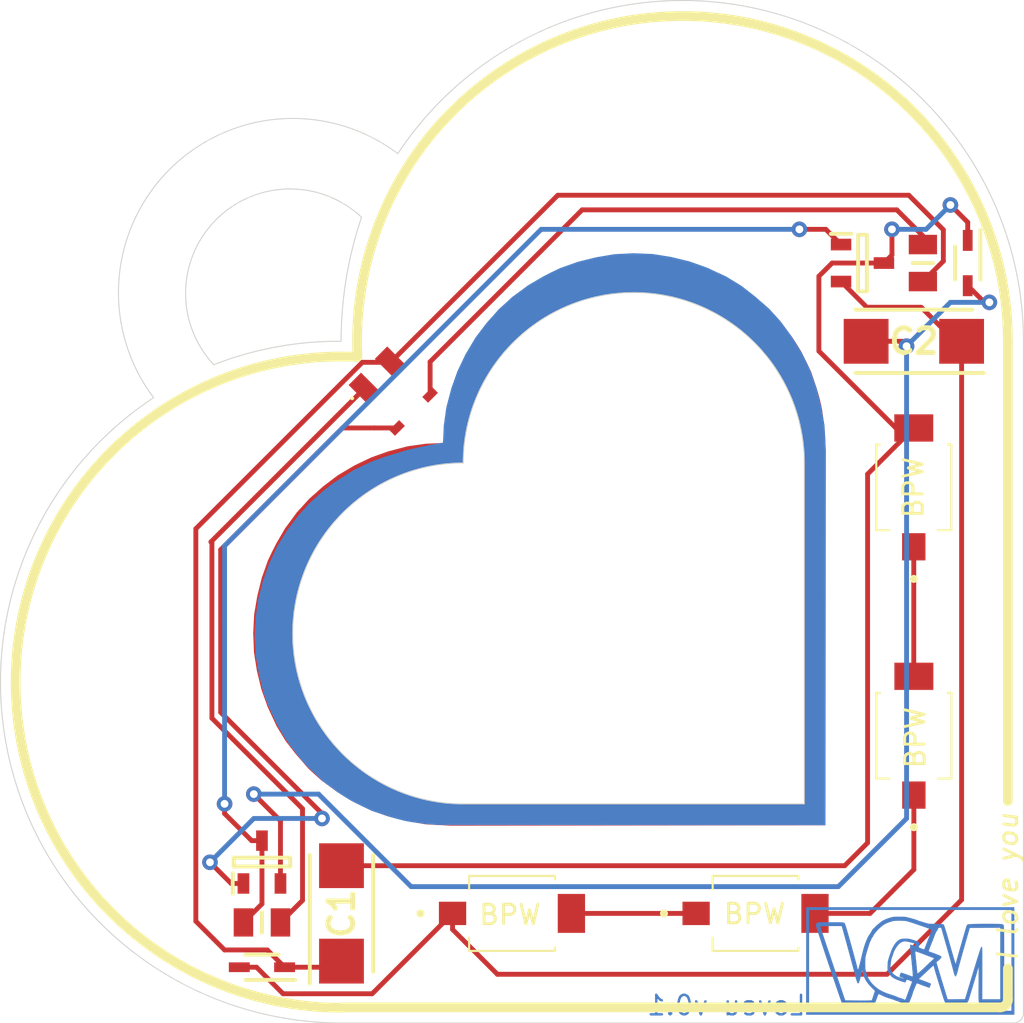
<source format=kicad_pcb>
(kicad_pcb (version 20171130) (host pcbnew "(5.1.12-1-g0a0a2da680)-1")

  (general
    (thickness 1.6)
    (drawings 31)
    (tracks 101)
    (zones 0)
    (modules 15)
    (nets 12)
  )

  (page A4)
  (layers
    (0 F.Cu signal)
    (31 B.Cu signal)
    (32 B.Adhes user)
    (33 F.Adhes user)
    (34 B.Paste user)
    (35 F.Paste user)
    (36 B.SilkS user)
    (37 F.SilkS user)
    (38 B.Mask user)
    (39 F.Mask user)
    (40 Dwgs.User user)
    (41 Cmts.User user)
    (42 Eco1.User user)
    (43 Eco2.User user)
    (44 Edge.Cuts user)
    (45 Margin user)
    (46 B.CrtYd user)
    (47 F.CrtYd user)
    (48 B.Fab user)
    (49 F.Fab user)
  )

  (setup
    (last_trace_width 0.25)
    (trace_clearance 0.2)
    (zone_clearance 0)
    (zone_45_only no)
    (trace_min 0.2)
    (via_size 0.8)
    (via_drill 0.4)
    (via_min_size 0.4)
    (via_min_drill 0.3)
    (uvia_size 0.3)
    (uvia_drill 0.1)
    (uvias_allowed no)
    (uvia_min_size 0.2)
    (uvia_min_drill 0.1)
    (edge_width 0.05)
    (segment_width 0.2)
    (pcb_text_width 0.3)
    (pcb_text_size 1.5 1.5)
    (mod_edge_width 0.12)
    (mod_text_size 1 1)
    (mod_text_width 0.15)
    (pad_size 1.524 1.524)
    (pad_drill 0.762)
    (pad_to_mask_clearance 0)
    (aux_axis_origin 0 0)
    (visible_elements 7FFFFFFF)
    (pcbplotparams
      (layerselection 0x010fc_ffffffff)
      (usegerberextensions false)
      (usegerberattributes true)
      (usegerberadvancedattributes true)
      (creategerberjobfile true)
      (excludeedgelayer true)
      (linewidth 0.100000)
      (plotframeref false)
      (viasonmask false)
      (mode 1)
      (useauxorigin false)
      (hpglpennumber 1)
      (hpglpenspeed 20)
      (hpglpendiameter 15.000000)
      (psnegative false)
      (psa4output false)
      (plotreference true)
      (plotvalue true)
      (plotinvisibletext false)
      (padsonsilk false)
      (subtractmaskfromsilk false)
      (outputformat 1)
      (mirror false)
      (drillshape 0)
      (scaleselection 1)
      (outputdirectory "../gerber/"))
  )

  (net 0 "")
  (net 1 "Net-(BPW1-Pad2)")
  (net 2 "Net-(BPW1-Pad1)")
  (net 3 "Net-(BPW2-Pad2)")
  (net 4 "Net-(BPW3-Pad2)")
  (net 5 "Net-(BPW4-Pad2)")
  (net 6 "Net-(C1-Pad1)")
  (net 7 "Net-(C2-Pad2)")
  (net 8 "Net-(DP1-Pad2)")
  (net 9 "Net-(DP1-Pad1)")
  (net 10 "Net-(LED1-Pad1)")
  (net 11 "Net-(Q1-Pad3)")

  (net_class Default "This is the default net class."
    (clearance 0.2)
    (trace_width 0.25)
    (via_dia 0.8)
    (via_drill 0.4)
    (uvia_dia 0.3)
    (uvia_drill 0.1)
    (add_net "Net-(BPW1-Pad1)")
    (add_net "Net-(BPW1-Pad2)")
    (add_net "Net-(BPW2-Pad2)")
    (add_net "Net-(BPW3-Pad2)")
    (add_net "Net-(BPW4-Pad2)")
    (add_net "Net-(C1-Pad1)")
    (add_net "Net-(C2-Pad2)")
    (add_net "Net-(DP1-Pad1)")
    (add_net "Net-(DP1-Pad2)")
    (add_net "Net-(LED1-Pad1)")
    (add_net "Net-(Q1-Pad3)")
  )

  (module Library_Loader:SODFL2512X90N (layer F.Cu) (tedit 619E7606) (tstamp 618D9BA0)
    (at 118.7 83.6 45)
    (descr SOD-323)
    (tags Diode)
    (path /61900117)
    (attr smd)
    (fp_text reference DP1 (at 0 0 45) (layer F.SilkS) hide
      (effects (font (size 1.27 1.27) (thickness 0.254)))
    )
    (fp_text value BAV21WS_R1_00001 (at 0 0 45) (layer F.SilkS) hide
      (effects (font (size 1.27 1.27) (thickness 0.254)))
    )
    (fp_line (start -0.925 -0.265) (end -0.565 -0.625) (layer F.Fab) (width 0.1))
    (fp_line (start -0.925 0.625) (end -0.925 -0.625) (layer F.Fab) (width 0.1))
    (fp_line (start 0.925 0.625) (end -0.925 0.625) (layer F.Fab) (width 0.1))
    (fp_line (start 0.925 -0.625) (end 0.925 0.625) (layer F.Fab) (width 0.1))
    (fp_line (start -0.925 -0.625) (end -0.61 -0.67) (layer F.Fab) (width 0.1))
    (fp_line (start -1.71 0.825) (end -1.71 -0.825) (layer F.CrtYd) (width 0.05))
    (fp_line (start 1.71 0.825) (end -1.71 0.825) (layer F.CrtYd) (width 0.05))
    (fp_line (start 1.71 -0.825) (end 1.71 0.825) (layer F.CrtYd) (width 0.05))
    (fp_line (start -1.71 -0.825) (end 1.71 -0.825) (layer F.CrtYd) (width 0.05))
    (fp_text user %R (at 0 0 45) (layer F.Fab)
      (effects (font (size 1.27 1.27) (thickness 0.254)))
    )
    (pad 2 smd rect (at 1.2 0 135) (size 0.42 0.72) (layers F.Cu F.Paste F.Mask)
      (net 8 "Net-(DP1-Pad2)"))
    (pad 1 smd rect (at -1.2 0 135) (size 0.42 0.72) (layers F.Cu F.Paste F.Mask)
      (net 9 "Net-(DP1-Pad1)"))
    (model D:\SamacSys_PCB_Library\KiCad\SamacSys_Parts.3dshapes\BAV21WS_R1_00001.stp
      (at (xyz 0 0 0))
      (scale (xyz 1 1 1))
      (rotate (xyz 0 0 0))
    )
  )

  (module Library_Loader:LEDC2012X90N (layer F.Cu) (tedit 619E75F7) (tstamp 618D9BB3)
    (at 116.85 81.75 45)
    (descr "SML-H12x Series-1")
    (tags LED)
    (path /618DBBB0)
    (attr smd)
    (fp_text reference LED1 (at 0 0 45) (layer F.SilkS) hide
      (effects (font (size 1.27 1.27) (thickness 0.254)))
    )
    (fp_text value SML-H12V8TT86 (at 0 0 45) (layer F.SilkS) hide
      (effects (font (size 1.27 1.27) (thickness 0.254)))
    )
    (fp_line (start -1.75 -0.09) (end -1.75 -0.09) (layer F.SilkS) (width 0.2))
    (fp_line (start -1 -0.208) (end -0.583 -0.625) (layer F.Fab) (width 0.1))
    (fp_line (start -1 0.625) (end -1 -0.625) (layer F.Fab) (width 0.1))
    (fp_line (start 1 0.625) (end -1 0.625) (layer F.Fab) (width 0.1))
    (fp_line (start 1 -0.625) (end 1 0.625) (layer F.Fab) (width 0.1))
    (fp_line (start -1 -0.625) (end 1 -0.625) (layer F.Fab) (width 0.1))
    (fp_line (start -1.85 1.15) (end -1.85 -1.15) (layer F.CrtYd) (width 0.05))
    (fp_line (start 1.85 1.15) (end -1.85 1.15) (layer F.CrtYd) (width 0.05))
    (fp_line (start 1.85 -1.15) (end 1.85 1.15) (layer F.CrtYd) (width 0.05))
    (fp_line (start -1.85 -1.15) (end 1.85 -1.15) (layer F.CrtYd) (width 0.05))
    (fp_text user %R (at 0 0 45) (layer F.Fab)
      (effects (font (size 1.27 1.27) (thickness 0.254)))
    )
    (pad 2 smd rect (at 0.95 0 45) (size 0.9 1.4) (layers F.Cu F.Paste F.Mask)
      (net 6 "Net-(C1-Pad1)"))
    (pad 1 smd rect (at -0.95 0 45) (size 0.9 1.4) (layers F.Cu F.Paste F.Mask)
      (net 10 "Net-(LED1-Pad1)"))
    (model D:\SamacSys_PCB_Library\KiCad\SamacSys_Parts.3dshapes\SML-H12V8TT86.stp
      (offset (xyz -0.02999999887889222 0 0.1399999984934563))
      (scale (xyz 1 1 1))
      (rotate (xyz -90 0 0))
    )
  )

  (module MDV:logo_MDV_3 (layer B.Cu) (tedit 619E741E) (tstamp 619ED5C0)
    (at 144.2 111.8 180)
    (fp_text reference G*** (at 0 0.02 180) (layer F.Cu) hide
      (effects (font (size 1.524 1.524) (thickness 0.3)))
    )
    (fp_text value LOGO (at 0.75 0.02 180) (layer F.Cu) hide
      (effects (font (size 1.524 1.524) (thickness 0.3)))
    )
    (fp_poly (pts (xy 5.349644 -0.015875) (xy 5.354704 -2.772834) (xy -5.333539 -2.772834) (xy -5.328478 -0.015875)
      (xy -5.32367 2.6035) (xy -5.185834 2.6035) (xy -5.185834 -2.582334) (xy 5.207 -2.582334)
      (xy 5.207 2.6035) (xy -5.185834 2.6035) (xy -5.32367 2.6035) (xy -5.323417 2.741083)
      (xy 5.344583 2.741083) (xy 5.349644 -0.015875)) (layer B.Cu) (width 0.01))
    (fp_poly (pts (xy 0.582083 2.253078) (xy 0.707857 2.252095) (xy 0.802412 2.249209) (xy 0.876862 2.242929)
      (xy 0.942319 2.231764) (xy 1.009896 2.214221) (xy 1.090707 2.18881) (xy 1.11125 2.182054)
      (xy 1.215597 2.144347) (xy 1.319234 2.101388) (xy 1.406272 2.059981) (xy 1.439333 2.041543)
      (xy 1.491601 2.005271) (xy 1.560531 1.951063) (xy 1.639658 1.884763) (xy 1.722513 1.812219)
      (xy 1.802633 1.739277) (xy 1.873549 1.671782) (xy 1.928797 1.615581) (xy 1.961909 1.576519)
      (xy 1.9685 1.563116) (xy 1.979384 1.536301) (xy 2.007919 1.485502) (xy 2.047875 1.421794)
      (xy 2.104918 1.33457) (xy 2.143569 1.274501) (xy 2.168764 1.233418) (xy 2.185441 1.20315)
      (xy 2.198535 1.175529) (xy 2.203537 1.164166) (xy 2.229701 1.104987) (xy 2.255429 1.04775)
      (xy 2.303778 0.928394) (xy 2.355252 0.778961) (xy 2.406251 0.611172) (xy 2.453177 0.436747)
      (xy 2.486233 0.296333) (xy 2.513612 0.175541) (xy 2.544123 0.048741) (xy 2.575963 -0.07741)
      (xy 2.607328 -0.196257) (xy 2.636416 -0.301144) (xy 2.661425 -0.385414) (xy 2.680551 -0.442412)
      (xy 2.691993 -0.465482) (xy 2.692615 -0.465667) (xy 2.707755 -0.448617) (xy 2.709333 -0.436128)
      (xy 2.714821 -0.410757) (xy 2.73061 -0.348353) (xy 2.75569 -0.252679) (xy 2.789049 -0.127495)
      (xy 2.829676 0.023437) (xy 2.876559 0.196355) (xy 2.928689 0.387498) (xy 2.985052 0.593104)
      (xy 3.026565 0.743914) (xy 3.097914 1.001775) (xy 3.159281 1.221451) (xy 3.211503 1.405682)
      (xy 3.255415 1.557211) (xy 3.291856 1.67878) (xy 3.321659 1.77313) (xy 3.345663 1.843003)
      (xy 3.364702 1.891141) (xy 3.379613 1.920287) (xy 3.388744 1.931458) (xy 3.404588 1.941869)
      (xy 3.42715 1.950143) (xy 3.461052 1.95652) (xy 3.510918 1.961243) (xy 3.581372 1.964553)
      (xy 3.677038 1.966691) (xy 3.802537 1.967898) (xy 3.962495 1.968417) (xy 4.098094 1.9685)
      (xy 4.28361 1.968391) (xy 4.43144 1.967878) (xy 4.546228 1.966682) (xy 4.632623 1.964526)
      (xy 4.695271 1.961132) (xy 4.738818 1.95622) (xy 4.76791 1.949512) (xy 4.787194 1.940731)
      (xy 4.801316 1.929598) (xy 4.804833 1.926167) (xy 4.83987 1.862458) (xy 4.847166 1.804137)
      (xy 4.840526 1.775747) (xy 4.821358 1.71066) (xy 4.790791 1.612248) (xy 4.749951 1.483884)
      (xy 4.699969 1.328941) (xy 4.641971 1.150792) (xy 4.577087 0.952809) (xy 4.506444 0.738366)
      (xy 4.43117 0.510835) (xy 4.352394 0.273589) (xy 4.271244 0.030001) (xy 4.188847 -0.216557)
      (xy 4.106334 -0.462711) (xy 4.02483 -0.70509) (xy 3.945465 -0.940319) (xy 3.869368 -1.165027)
      (xy 3.797665 -1.37584) (xy 3.731485 -1.569385) (xy 3.671957 -1.742291) (xy 3.620209 -1.891184)
      (xy 3.577368 -2.01269) (xy 3.544563 -2.103439) (xy 3.522923 -2.160056) (xy 3.515675 -2.176414)
      (xy 3.482726 -2.215971) (xy 3.459606 -2.230593) (xy 3.431212 -2.233591) (xy 3.365462 -2.236347)
      (xy 3.267331 -2.238779) (xy 3.141797 -2.240809) (xy 2.993836 -2.242354) (xy 2.828423 -2.243333)
      (xy 2.654685 -2.243667) (xy 2.453089 -2.243559) (xy 2.289573 -2.243099) (xy 2.159883 -2.242075)
      (xy 2.059766 -2.240282) (xy 1.984967 -2.23751) (xy 1.931234 -2.23355) (xy 1.894313 -2.228195)
      (xy 1.86995 -2.221235) (xy 1.853892 -2.212463) (xy 1.844117 -2.203951) (xy 1.820876 -2.167512)
      (xy 1.790175 -2.101254) (xy 1.756698 -2.015912) (xy 1.73565 -1.955243) (xy 1.705328 -1.866279)
      (xy 1.678072 -1.792097) (xy 1.657479 -1.742171) (xy 1.648951 -1.726727) (xy 1.618045 -1.721735)
      (xy 1.564766 -1.739824) (xy 1.561626 -1.741348) (xy 1.387412 -1.823416) (xy 1.237274 -1.885642)
      (xy 1.10051 -1.932319) (xy 1.04775 -1.947435) (xy 0.951019 -1.976468) (xy 0.854574 -2.009959)
      (xy 0.777959 -2.041079) (xy 0.772583 -2.043588) (xy 0.724876 -2.062734) (xy 0.649455 -2.089099)
      (xy 0.555469 -2.119892) (xy 0.452068 -2.15232) (xy 0.348402 -2.183591) (xy 0.253621 -2.210913)
      (xy 0.176875 -2.231494) (xy 0.127315 -2.242541) (xy 0.116898 -2.243667) (xy 0.100866 -2.226209)
      (xy 0.078713 -2.183342) (xy 0.075096 -2.174875) (xy 0.022948 -2.047927) (xy -0.023433 -1.932315)
      (xy -0.061656 -1.834231) (xy -0.089329 -1.759863) (xy -0.104061 -1.715403) (xy -0.105834 -1.706603)
      (xy -0.113384 -1.673376) (xy -0.133643 -1.613071) (xy -0.163024 -1.534428) (xy -0.197941 -1.446183)
      (xy -0.234805 -1.357075) (xy -0.270029 -1.275843) (xy -0.300028 -1.211224) (xy -0.321214 -1.171957)
      (xy -0.328503 -1.164167) (xy -0.35707 -1.171411) (xy -0.414368 -1.190716) (xy -0.48981 -1.218446)
      (xy -0.519067 -1.229671) (xy -0.621459 -1.268516) (xy -0.731649 -1.308954) (xy -0.82682 -1.34262)
      (xy -0.831965 -1.344382) (xy -0.976012 -1.393589) (xy -0.996006 -1.342378) (xy -1.020202 -1.280383)
      (xy -1.036868 -1.23766) (xy -1.046873 -1.196171) (xy -1.028472 -1.17348) (xy -1.010409 -1.165252)
      (xy -0.973514 -1.15093) (xy -0.905979 -1.125088) (xy -0.816775 -1.091146) (xy -0.714871 -1.052524)
      (xy -0.693593 -1.044477) (xy -0.424102 -0.942604) (xy -0.473635 -0.899927) (xy -0.503903 -0.872526)
      (xy -0.559268 -0.82114) (xy -0.634168 -0.750979) (xy -0.723044 -0.667254) (xy -0.820336 -0.575176)
      (xy -0.835364 -0.560917) (xy -0.931425 -0.470694) (xy -1.01832 -0.390883) (xy -1.090983 -0.325994)
      (xy -1.144344 -0.280536) (xy -1.173335 -0.25902) (xy -1.175815 -0.257974) (xy -1.198437 -0.269056)
      (xy -1.201926 -0.289724) (xy -1.2074 -0.319079) (xy -1.223926 -0.383474) (xy -1.249973 -0.477527)
      (xy -1.284009 -0.595857) (xy -1.324504 -0.733083) (xy -1.369928 -0.883824) (xy -1.384427 -0.931334)
      (xy -1.461472 -1.182834) (xy -1.527257 -1.396904) (xy -1.58282 -1.576623) (xy -1.629198 -1.725067)
      (xy -1.66743 -1.845315) (xy -1.698555 -1.940444) (xy -1.723609 -2.013532) (xy -1.743632 -2.067656)
      (xy -1.759662 -2.105895) (xy -1.772736 -2.131325) (xy -1.783893 -2.147026) (xy -1.794172 -2.156074)
      (xy -1.798404 -2.158592) (xy -1.832527 -2.165426) (xy -1.904584 -2.171161) (xy -2.010188 -2.175627)
      (xy -2.144951 -2.178656) (xy -2.304484 -2.180079) (xy -2.358692 -2.180167) (xy -2.529485 -2.180309)
      (xy -2.663193 -2.179361) (xy -2.765055 -2.17526) (xy -2.840307 -2.165946) (xy -2.894188 -2.149355)
      (xy -2.931934 -2.123428) (xy -2.958785 -2.0861) (xy -2.979977 -2.035312) (xy -3.000748 -1.969001)
      (xy -3.014899 -1.921854) (xy -3.033803 -1.859613) (xy -3.063066 -1.762991) (xy -3.100827 -1.63814)
      (xy -3.145227 -1.491213) (xy -3.194407 -1.328361) (xy -3.246508 -1.155736) (xy -3.285753 -1.02564)
      (xy -3.503084 -0.305029) (xy -3.496733 -1.199205) (xy -3.495236 -1.417134) (xy -3.494235 -1.596677)
      (xy -3.493887 -1.741779) (xy -3.494347 -1.856389) (xy -3.495772 -1.94445) (xy -3.498317 -2.00991)
      (xy -3.502138 -2.056715) (xy -3.507391 -2.08881) (xy -3.514232 -2.110142) (xy -3.522817 -2.124657)
      (xy -3.533301 -2.1363) (xy -3.533775 -2.136774) (xy -3.548464 -2.149724) (xy -3.56691 -2.159806)
      (xy -3.594184 -2.167378) (xy -3.635358 -2.172799) (xy -3.695503 -2.176427) (xy -3.779692 -2.178619)
      (xy -3.892996 -2.179733) (xy -4.040487 -2.180127) (xy -4.148667 -2.180167) (xy -4.319489 -2.180022)
      (xy -4.453039 -2.179356) (xy -4.554378 -2.17782) (xy -4.628566 -2.175064) (xy -4.680665 -2.170739)
      (xy -4.715735 -2.164496) (xy -4.738838 -2.155987) (xy -4.755034 -2.144863) (xy -4.7625 -2.137833)
      (xy -4.769696 -2.129897) (xy -4.776026 -2.119645) (xy -4.781547 -2.104474) (xy -4.786313 -2.08178)
      (xy -4.79038 -2.048958) (xy -4.793804 -2.003405) (xy -4.794443 -1.989667) (xy -4.614334 -1.989667)
      (xy -3.680759 -1.989667) (xy -3.684266 -0.640292) (xy -3.684926 -0.367808) (xy -3.685333 -0.134609)
      (xy -3.685408 0.062349) (xy -3.685074 0.226115) (xy -3.684256 0.359736) (xy -3.682874 0.466257)
      (xy -3.680854 0.548727) (xy -3.678116 0.610191) (xy -3.674585 0.653696) (xy -3.670183 0.68229)
      (xy -3.664833 0.699019) (xy -3.658458 0.70693) (xy -3.650981 0.709069) (xy -3.650129 0.709083)
      (xy -3.640867 0.703637) (xy -3.62885 0.685531) (xy -3.613204 0.652112) (xy -3.593053 0.600726)
      (xy -3.567523 0.528721) (xy -3.535739 0.433444) (xy -3.496828 0.312242) (xy -3.449915 0.162461)
      (xy -3.394125 -0.01855) (xy -3.328583 -0.233446) (xy -3.252416 -0.48488) (xy -3.207096 -0.635)
      (xy -2.801709 -1.979084) (xy -2.354661 -1.984792) (xy -1.907613 -1.990501) (xy -1.83374 -1.751959)
      (xy -1.771784 -1.551343) (xy -1.709398 -1.348299) (xy -1.647828 -1.146967) (xy -1.588321 -0.951491)
      (xy -1.532124 -0.766009) (xy -1.480484 -0.594665) (xy -1.434647 -0.4416) (xy -1.395861 -0.310954)
      (xy -1.365373 -0.206869) (xy -1.344428 -0.133486) (xy -1.334274 -0.094948) (xy -1.333501 -0.090433)
      (xy -1.349556 -0.058774) (xy -1.362348 -0.048677) (xy -1.427741 -0.003362) (xy -1.491935 0.052473)
      (xy -1.545757 0.109443) (xy -1.554567 0.121966) (xy -1.22345 0.121966) (xy -1.050933 -0.041028)
      (xy -0.971654 -0.115911) (xy -0.872559 -0.209482) (xy -0.764623 -0.311377) (xy -0.658823 -0.411234)
      (xy -0.626075 -0.442137) (xy -0.521279 -0.539026) (xy -0.443693 -0.606081) (xy -0.391761 -0.644527)
      (xy -0.363928 -0.655587) (xy -0.359036 -0.652334) (xy -0.350522 -0.618991) (xy -0.341167 -0.555702)
      (xy -0.332712 -0.474775) (xy -0.331088 -0.455084) (xy -0.322224 -0.351639) (xy -0.310588 -0.229025)
      (xy -0.298372 -0.110111) (xy -0.295598 -0.084667) (xy -0.274932 0.109225) (xy -0.260415 0.261704)
      (xy -0.252013 0.373235) (xy -0.249692 0.444285) (xy -0.253418 0.47532) (xy -0.254591 0.476615)
      (xy -0.277737 0.472132) (xy -0.333611 0.454606) (xy -0.415487 0.426343) (xy -0.516638 0.389649)
      (xy -0.604834 0.356565) (xy -0.729093 0.309333) (xy -0.851347 0.262897) (xy -0.961068 0.221255)
      (xy -1.047731 0.188401) (xy -1.082683 0.175174) (xy -1.22345 0.121966) (xy -1.554567 0.121966)
      (xy -1.580035 0.158166) (xy -1.5875 0.181642) (xy -1.58258 0.204643) (xy -1.56346 0.226058)
      (xy -1.523598 0.249841) (xy -1.456454 0.279948) (xy -1.362878 0.317446) (xy -1.260278 0.356922)
      (xy -1.160609 0.394167) (xy -1.077247 0.424237) (xy -1.034795 0.438683) (xy -0.976195 0.460341)
      (xy -0.938695 0.479449) (xy -0.931334 0.487528) (xy -0.93864 0.515032) (xy -0.957953 0.571346)
      (xy -0.985366 0.646052) (xy -1.016969 0.728732) (xy -1.048855 0.80897) (xy -1.077117 0.876346)
      (xy -1.077627 0.877511) (xy -1.107509 0.947989) (xy -1.134141 1.014493) (xy -1.138712 1.026583)
      (xy -1.198503 1.185877) (xy -1.246519 1.309302) (xy -1.284591 1.401077) (xy -1.31455 1.465421)
      (xy -1.338225 1.506551) (xy -1.356053 1.527537) (xy -1.374674 1.55279) (xy -1.063758 1.55279)
      (xy -1.06189 1.525489) (xy -1.046456 1.466511) (xy -1.019786 1.383409) (xy -0.98421 1.283742)
      (xy -0.965835 1.23529) (xy -0.918357 1.112346) (xy -0.869287 0.985307) (xy -0.823951 0.867956)
      (xy -0.787673 0.774077) (xy -0.783005 0.762) (xy -0.751822 0.682126) (xy -0.726514 0.618786)
      (xy -0.710801 0.581217) (xy -0.707731 0.575016) (xy -0.685838 0.577126) (xy -0.637771 0.591744)
      (xy -0.575991 0.614077) (xy -0.512963 0.639333) (xy -0.461147 0.662722) (xy -0.433007 0.67945)
      (xy -0.431518 0.681215) (xy -0.429672 0.71113) (xy -0.437898 0.766532) (xy -0.446421 0.803844)
      (xy -0.458763 0.862504) (xy -0.271107 0.862504) (xy -0.250169 0.802439) (xy -0.22923 0.742375)
      (xy -0.120657 0.783629) (xy -0.050693 0.805457) (xy -0.004238 0.810141) (xy 0.007241 0.805558)
      (xy 0.013552 0.775114) (xy 0.013139 0.703741) (xy 0.006064 0.592295) (xy -0.007609 0.441632)
      (xy -0.027819 0.252609) (xy -0.042361 0.127) (xy -0.056099 0.005276) (xy -0.069942 -0.127597)
      (xy -0.083331 -0.265022) (xy -0.095704 -0.400398) (xy -0.1065 -0.527126) (xy -0.115159 -0.638606)
      (xy -0.121121 -0.72824) (xy -0.123823 -0.789429) (xy -0.122707 -0.815571) (xy -0.122474 -0.815916)
      (xy -0.09872 -0.814378) (xy -0.046393 -0.799941) (xy 0.023847 -0.775612) (xy 0.034346 -0.771648)
      (xy 0.107864 -0.744173) (xy 0.193837 -0.712892) (xy 0.282837 -0.681123) (xy 0.365436 -0.652184)
      (xy 0.432205 -0.629394) (xy 0.473716 -0.61607) (xy 0.482293 -0.613981) (xy 0.493272 -0.631502)
      (xy 0.514775 -0.676504) (xy 0.530694 -0.712647) (xy 0.554355 -0.774638) (xy 0.555658 -0.813411)
      (xy 0.528917 -0.838739) (xy 0.468448 -0.8604) (xy 0.440102 -0.868414) (xy 0.385606 -0.888097)
      (xy 0.350742 -0.909093) (xy 0.347493 -0.91301) (xy 0.349709 -0.92735) (xy 0.373057 -0.923618)
      (xy 0.41248 -0.911549) (xy 0.478474 -0.891437) (xy 0.557102 -0.867532) (xy 0.560916 -0.866373)
      (xy 0.72186 -0.800394) (xy 0.853267 -0.710334) (xy 0.951375 -0.599073) (xy 0.983796 -0.542572)
      (xy 1.013459 -0.476694) (xy 1.028744 -0.421867) (xy 1.03244 -0.360641) (xy 1.027333 -0.275562)
      (xy 1.027028 -0.271921) (xy 1.013275 -0.139834) (xy 0.99564 -0.017009) (xy 0.975737 0.087748)
      (xy 0.955182 0.165631) (xy 0.940323 0.201083) (xy 0.916639 0.253811) (xy 0.900554 0.306182)
      (xy 0.855998 0.443615) (xy 0.788998 0.58227) (xy 0.705897 0.712988) (xy 0.613036 0.82661)
      (xy 0.516758 0.913976) (xy 0.451976 0.954004) (xy 0.37313 0.980819) (xy 0.280496 0.989257)
      (xy 0.16771 0.978882) (xy 0.028411 0.949258) (xy -0.087929 0.916937) (xy -0.271107 0.862504)
      (xy -0.458763 0.862504) (xy -0.460819 0.872274) (xy -0.459962 0.914167) (xy -0.44698 0.938929)
      (xy -0.417517 0.957383) (xy -0.356438 0.984546) (xy -0.272619 1.016784) (xy -0.174937 1.05046)
      (xy -0.173436 1.05095) (xy -0.056818 1.087415) (xy 0.034259 1.111171) (xy 0.113729 1.124795)
      (xy 0.195528 1.130868) (xy 0.264583 1.132015) (xy 0.398044 1.1256) (xy 0.503844 1.102651)
      (xy 0.594938 1.05857) (xy 0.68428 0.988761) (xy 0.694364 0.979493) (xy 0.756154 0.90995)
      (xy 0.824252 0.814335) (xy 0.89031 0.70629) (xy 0.945983 0.599461) (xy 0.982768 0.508)
      (xy 1.00622 0.435837) (xy 1.027694 0.374967) (xy 1.037932 0.34925) (xy 1.055962 0.301973)
      (xy 1.079548 0.231061) (xy 1.105189 0.148291) (xy 1.129385 0.065443) (xy 1.148635 -0.005706)
      (xy 1.159437 -0.053377) (xy 1.160612 -0.0635) (xy 1.162481 -0.098733) (xy 1.167192 -0.163524)
      (xy 1.173813 -0.245268) (xy 1.17546 -0.264584) (xy 1.17526 -0.423112) (xy 1.142729 -0.564438)
      (xy 1.074316 -0.702285) (xy 1.05421 -0.73334) (xy 0.978168 -0.814703) (xy 0.860805 -0.8946)
      (xy 0.703124 -0.972533) (xy 0.506126 -1.048004) (xy 0.282263 -1.117307) (xy 0.260053 -1.104093)
      (xy 0.235794 -1.062636) (xy 0.230386 -1.048954) (xy 0.207708 -1.000318) (xy 0.185873 -0.974789)
      (xy 0.181791 -0.973667) (xy 0.148567 -0.980992) (xy 0.094152 -0.999546) (xy 0.031099 -1.024198)
      (xy -0.02804 -1.049815) (xy -0.07071 -1.071266) (xy -0.084667 -1.082593) (xy -0.077435 -1.106542)
      (xy -0.057681 -1.161956) (xy -0.028321 -1.240882) (xy 0.007731 -1.335367) (xy 0.012334 -1.347284)
      (xy 0.056741 -1.463421) (xy 0.102282 -1.584752) (xy 0.143068 -1.695475) (xy 0.168888 -1.767417)
      (xy 0.198171 -1.850028) (xy 0.223541 -1.920421) (xy 0.240632 -1.966524) (xy 0.243484 -1.973792)
      (xy 0.273995 -2.007247) (xy 0.31536 -2.002625) (xy 0.329141 -1.992414) (xy 0.358045 -1.977849)
      (xy 0.416113 -1.956154) (xy 0.49174 -1.931602) (xy 0.505829 -1.927356) (xy 0.587785 -1.90108)
      (xy 0.658473 -1.875106) (xy 0.703928 -1.854611) (xy 0.706913 -1.852835) (xy 0.745029 -1.835312)
      (xy 0.813222 -1.809776) (xy 0.900916 -1.780023) (xy 0.973666 -1.75706) (xy 1.097935 -1.717692)
      (xy 1.203552 -1.68029) (xy 1.30789 -1.638174) (xy 1.428322 -1.584665) (xy 1.4605 -1.56987)
      (xy 1.494735 -1.55073) (xy 1.818686 -1.55073) (xy 1.896441 -1.786073) (xy 1.927776 -1.879975)
      (xy 1.954724 -1.958989) (xy 1.97431 -2.014503) (xy 1.98336 -2.037583) (xy 2.005978 -2.041343)
      (xy 2.06583 -2.044451) (xy 2.157824 -2.046828) (xy 2.276864 -2.048396) (xy 2.417857 -2.049077)
      (xy 2.575709 -2.048791) (xy 2.67124 -2.048167) (xy 3.349955 -2.042584) (xy 3.992686 -0.148167)
      (xy 4.084982 0.124033) (xy 4.173312 0.384856) (xy 4.256737 0.63151) (xy 4.334319 0.861206)
      (xy 4.405119 1.071153) (xy 4.468197 1.25856) (xy 4.522614 1.420636) (xy 4.567433 1.554592)
      (xy 4.601713 1.657637) (xy 4.624516 1.72698) (xy 4.634902 1.759831) (xy 4.635458 1.762125)
      (xy 4.615225 1.766358) (xy 4.55819 1.770152) (xy 4.469883 1.773351) (xy 4.355835 1.775798)
      (xy 4.221575 1.777339) (xy 4.079875 1.777819) (xy 3.52425 1.777638) (xy 3.260358 0.820027)
      (xy 3.200749 0.60284) (xy 3.139691 0.378759) (xy 3.079159 0.155145) (xy 3.021129 -0.060643)
      (xy 2.967577 -0.261245) (xy 2.92048 -0.439302) (xy 2.881812 -0.587454) (xy 2.866876 -0.645584)
      (xy 2.819447 -0.828755) (xy 2.779902 -0.97152) (xy 2.746508 -1.0747) (xy 2.717528 -1.139114)
      (xy 2.691229 -1.165581) (xy 2.665875 -1.154923) (xy 2.639732 -1.107958) (xy 2.611065 -1.025508)
      (xy 2.578139 -0.908391) (xy 2.54898 -0.795842) (xy 2.468611 -0.480433) (xy 2.439657 -0.626508)
      (xy 2.386911 -0.81491) (xy 2.30384 -0.993374) (xy 2.187118 -1.167417) (xy 2.033421 -1.342555)
      (xy 1.970338 -1.405073) (xy 1.818686 -1.55073) (xy 1.494735 -1.55073) (xy 1.618056 -1.481785)
      (xy 1.773197 -1.367063) (xy 1.917607 -1.233889) (xy 2.04297 -1.090448) (xy 2.140974 -0.944927)
      (xy 2.184348 -0.85725) (xy 2.235801 -0.730018) (xy 2.271935 -0.627253) (xy 2.295862 -0.53531)
      (xy 2.310694 -0.440544) (xy 2.319543 -0.32931) (xy 2.32332 -0.247817) (xy 2.325852 -0.089454)
      (xy 2.32112 0.056097) (xy 2.309611 0.175074) (xy 2.307928 0.1861) (xy 2.294428 0.250978)
      (xy 2.271433 0.341237) (xy 2.241458 0.448763) (xy 2.207021 0.565445) (xy 2.170637 0.68317)
      (xy 2.134823 0.793826) (xy 2.102096 0.889301) (xy 2.074972 0.961481) (xy 2.055967 1.002255)
      (xy 2.053775 1.005416) (xy 2.035117 1.040918) (xy 2.020961 1.0795) (xy 1.996972 1.132288)
      (xy 1.959791 1.191303) (xy 1.954871 1.197914) (xy 1.922816 1.243734) (xy 1.905821 1.275282)
      (xy 1.905 1.279218) (xy 1.891663 1.309427) (xy 1.856177 1.362166) (xy 1.805325 1.429065)
      (xy 1.745892 1.50175) (xy 1.684661 1.571852) (xy 1.628417 1.630998) (xy 1.594499 1.662369)
      (xy 1.527735 1.718579) (xy 1.463012 1.773145) (xy 1.430017 1.801009) (xy 1.335837 1.86522)
      (xy 1.210441 1.927987) (xy 1.064815 1.984514) (xy 0.909943 2.030008) (xy 0.899583 2.032525)
      (xy 0.82215 2.044351) (xy 0.715186 2.05179) (xy 0.591266 2.054831) (xy 0.462966 2.053461)
      (xy 0.342861 2.04767) (xy 0.243527 2.037445) (xy 0.217803 2.033164) (xy 0.15515 2.018149)
      (xy 0.06505 1.992548) (xy -0.040084 1.960045) (xy -0.1402 1.926943) (xy -0.254486 1.887854)
      (xy -0.393347 1.840374) (xy -0.5413 1.789797) (xy -0.682861 1.741417) (xy -0.719667 1.72884)
      (xy -0.829469 1.690175) (xy -0.923695 1.654807) (xy -0.995672 1.625418) (xy -1.038723 1.604692)
      (xy -1.048075 1.596827) (xy -1.058738 1.561738) (xy -1.063758 1.55279) (xy -1.374674 1.55279)
      (xy -1.390346 1.574043) (xy -1.410408 1.628079) (xy -1.424011 1.671707) (xy -1.450801 1.68986)
      (xy -1.500853 1.693333) (xy -1.578247 1.693333) (xy -1.857614 0.714375) (xy -1.916261 0.508159)
      (xy -1.97342 0.305845) (xy -2.027593 0.11282) (xy -2.077287 -0.065528) (xy -2.121003 -0.223812)
      (xy -2.157246 -0.356644) (xy -2.184521 -0.458636) (xy -2.199238 -0.515855) (xy -2.233744 -0.647365)
      (xy -2.263637 -0.739824) (xy -2.290648 -0.792852) (xy -2.316509 -0.806072) (xy -2.34295 -0.779103)
      (xy -2.371705 -0.711569) (xy -2.404503 -0.603089) (xy -2.440663 -0.463059) (xy -2.464073 -0.371766)
      (xy -2.497526 -0.246063) (xy -2.539299 -0.092204) (xy -2.587664 0.083559) (xy -2.640897 0.27497)
      (xy -2.697272 0.475777) (xy -2.755064 0.679725) (xy -2.781566 0.772583) (xy -3.041949 1.68275)
      (xy -3.828142 1.688299) (xy -4.614334 1.693848) (xy -4.614334 -1.989667) (xy -4.794443 -1.989667)
      (xy -4.796639 -1.942517) (xy -4.798942 -1.863689) (xy -4.800767 -1.764318) (xy -4.802171 -1.6418)
      (xy -4.803208 -1.493531) (xy -4.803933 -1.316907) (xy -4.804403 -1.109324) (xy -4.804673 -0.868177)
      (xy -4.804797 -0.590864) (xy -4.804832 -0.27478) (xy -4.804834 -0.148167) (xy -4.804818 0.182843)
      (xy -4.804732 0.474123) (xy -4.804523 0.728278) (xy -4.804133 0.947911) (xy -4.803508 1.135627)
      (xy -4.802592 1.294029) (xy -4.80133 1.425722) (xy -4.799666 1.533309) (xy -4.797546 1.619395)
      (xy -4.794913 1.686583) (xy -4.791712 1.737477) (xy -4.787888 1.774682) (xy -4.783386 1.800801)
      (xy -4.778149 1.818438) (xy -4.772124 1.830198) (xy -4.765253 1.838683) (xy -4.762501 1.8415)
      (xy -4.750672 1.851956) (xy -4.735433 1.860534) (xy -4.712781 1.867417) (xy -4.678713 1.872794)
      (xy -4.629227 1.876848) (xy -4.56032 1.879767) (xy -4.467988 1.881736) (xy -4.34823 1.882941)
      (xy -4.197041 1.883568) (xy -4.01042 1.883803) (xy -3.850942 1.883833) (xy -3.639528 1.88334)
      (xy -3.449597 1.881913) (xy -3.284622 1.879631) (xy -3.148075 1.87657) (xy -3.043428 1.872809)
      (xy -2.974152 1.868425) (xy -2.94372 1.863498) (xy -2.943679 1.863475) (xy -2.908089 1.829462)
      (xy -2.881938 1.7841) (xy -2.869604 1.74757) (xy -2.847733 1.676623) (xy -2.817735 1.576207)
      (xy -2.781017 1.451269) (xy -2.738985 1.306756) (xy -2.693048 1.147615) (xy -2.644612 0.978794)
      (xy -2.595086 0.80524) (xy -2.545877 0.6319) (xy -2.498392 0.463721) (xy -2.454038 0.30565)
      (xy -2.414224 0.162635) (xy -2.380357 0.039623) (xy -2.353844 -0.058439) (xy -2.336093 -0.126604)
      (xy -2.32851 -0.159924) (xy -2.328334 -0.161793) (xy -2.323856 -0.187484) (xy -2.318697 -0.187919)
      (xy -2.311162 -0.166261) (xy -2.293224 -0.107806) (xy -2.266029 -0.016488) (xy -2.230725 0.103763)
      (xy -2.188462 0.249016) (xy -2.140385 0.41534) (xy -2.087643 0.598802) (xy -2.031384 0.795472)
      (xy -2.022585 0.826317) (xy -1.94511 1.09591) (xy -1.878033 1.324864) (xy -1.821373 1.513115)
      (xy -1.775149 1.660602) (xy -1.73938 1.767262) (xy -1.714087 1.833035) (xy -1.700093 1.857375)
      (xy -1.668644 1.868366) (xy -1.606432 1.876252) (xy -1.510124 1.881252) (xy -1.376387 1.883591)
      (xy -1.30274 1.883833) (xy -1.165685 1.884376) (xy -1.061746 1.886619) (xy -0.981711 1.891484)
      (xy -0.91637 1.899891) (xy -0.856512 1.912762) (xy -0.792926 1.931017) (xy -0.77516 1.936596)
      (xy -0.683666 1.965084) (xy -0.595561 1.991592) (xy -0.528102 2.010943) (xy -0.521417 2.012751)
      (xy -0.441654 2.038044) (xy -0.360034 2.069603) (xy -0.34925 2.074354) (xy -0.288327 2.097704)
      (xy -0.202388 2.125493) (xy -0.107649 2.152559) (xy -0.084667 2.158563) (xy 0.009546 2.183024)
      (xy 0.099035 2.206897) (xy 0.167686 2.225866) (xy 0.179916 2.229399) (xy 0.23541 2.239027)
      (xy 0.324283 2.246538) (xy 0.437611 2.251408) (xy 0.566471 2.25311) (xy 0.582083 2.253078)) (layer B.Cu) (width 0.01))
  )

  (module Library_Loader:RESC2012X75N (layer F.Cu) (tedit 0) (tstamp 618D9BFF)
    (at 110.91841 109.838487 180)
    (descr ERJP6W)
    (tags Resistor)
    (path /618DF316)
    (attr smd)
    (fp_text reference R2 (at 0 0) (layer F.SilkS) hide
      (effects (font (size 1.27 1.27) (thickness 0.254)))
    )
    (fp_text value 220 (at 0 0) (layer F.SilkS) hide
      (effects (font (size 1.27 1.27) (thickness 0.254)))
    )
    (fp_line (start 0 -0.525) (end 0 0.525) (layer F.SilkS) (width 0.2))
    (fp_line (start -1 0.625) (end -1 -0.625) (layer F.Fab) (width 0.1))
    (fp_line (start 1 0.625) (end -1 0.625) (layer F.Fab) (width 0.1))
    (fp_line (start 1 -0.625) (end 1 0.625) (layer F.Fab) (width 0.1))
    (fp_line (start -1 -0.625) (end 1 -0.625) (layer F.Fab) (width 0.1))
    (fp_line (start -1.7 1) (end -1.7 -1) (layer F.CrtYd) (width 0.05))
    (fp_line (start 1.7 1) (end -1.7 1) (layer F.CrtYd) (width 0.05))
    (fp_line (start 1.7 -1) (end 1.7 1) (layer F.CrtYd) (width 0.05))
    (fp_line (start -1.7 -1) (end 1.7 -1) (layer F.CrtYd) (width 0.05))
    (fp_text user %R (at 0 0) (layer F.Fab)
      (effects (font (size 1.27 1.27) (thickness 0.254)))
    )
    (pad 2 smd rect (at 0.95 0 180) (size 1 1.45) (layers F.Cu F.Paste F.Mask)
      (net 11 "Net-(Q1-Pad3)"))
    (pad 1 smd rect (at -0.95 0 180) (size 1 1.45) (layers F.Cu F.Paste F.Mask)
      (net 10 "Net-(LED1-Pad1)"))
    (model D:\SamacSys_PCB_Library\KiCad\SamacSys_Parts.3dshapes\ERJP6WF1303V.stp
      (at (xyz 0 0 0))
      (scale (xyz 1 1 1))
      (rotate (xyz 0 0 0))
    )
  )

  (module Library_Loader:RESC2012X75N (layer F.Cu) (tedit 0) (tstamp 618D9BEF)
    (at 144.838487 75.98159 90)
    (descr ERJP6W)
    (tags Resistor)
    (path /618E07A5)
    (attr smd)
    (fp_text reference R1 (at 0 0 90) (layer F.SilkS) hide
      (effects (font (size 1.27 1.27) (thickness 0.254)))
    )
    (fp_text value 4k7 (at 0 0 90) (layer F.SilkS) hide
      (effects (font (size 1.27 1.27) (thickness 0.254)))
    )
    (fp_line (start -1.7 -1) (end 1.7 -1) (layer F.CrtYd) (width 0.05))
    (fp_line (start 1.7 -1) (end 1.7 1) (layer F.CrtYd) (width 0.05))
    (fp_line (start 1.7 1) (end -1.7 1) (layer F.CrtYd) (width 0.05))
    (fp_line (start -1.7 1) (end -1.7 -1) (layer F.CrtYd) (width 0.05))
    (fp_line (start -1 -0.625) (end 1 -0.625) (layer F.Fab) (width 0.1))
    (fp_line (start 1 -0.625) (end 1 0.625) (layer F.Fab) (width 0.1))
    (fp_line (start 1 0.625) (end -1 0.625) (layer F.Fab) (width 0.1))
    (fp_line (start -1 0.625) (end -1 -0.625) (layer F.Fab) (width 0.1))
    (fp_line (start 0 -0.525) (end 0 0.525) (layer F.SilkS) (width 0.2))
    (fp_text user %R (at 0 0 90) (layer F.Fab)
      (effects (font (size 1.27 1.27) (thickness 0.254)))
    )
    (pad 1 smd rect (at -0.95 0 90) (size 1 1.45) (layers F.Cu F.Paste F.Mask)
      (net 6 "Net-(C1-Pad1)"))
    (pad 2 smd rect (at 0.95 0 90) (size 1 1.45) (layers F.Cu F.Paste F.Mask)
      (net 8 "Net-(DP1-Pad2)"))
    (model D:\SamacSys_PCB_Library\KiCad\SamacSys_Parts.3dshapes\ERJP6WF1303V.stp
      (at (xyz 0 0 0))
      (scale (xyz 1 1 1))
      (rotate (xyz 0 0 0))
    )
  )

  (module Library_Loader:SOT95P230X110-3N (layer F.Cu) (tedit 0) (tstamp 618D9BDF)
    (at 141.738487 75.98159)
    (descr SOT23-ren3)
    (tags "Transistor BJT NPN")
    (path /618E46C4)
    (attr smd)
    (fp_text reference Q2 (at 0 0) (layer F.SilkS) hide
      (effects (font (size 1.27 1.27) (thickness 0.254)))
    )
    (fp_text value BC857 (at 0 0) (layer F.SilkS) hide
      (effects (font (size 1.27 1.27) (thickness 0.254)))
    )
    (fp_line (start -1.875 -1.75) (end 1.875 -1.75) (layer F.CrtYd) (width 0.05))
    (fp_line (start 1.875 -1.75) (end 1.875 1.75) (layer F.CrtYd) (width 0.05))
    (fp_line (start 1.875 1.75) (end -1.875 1.75) (layer F.CrtYd) (width 0.05))
    (fp_line (start -1.875 1.75) (end -1.875 -1.75) (layer F.CrtYd) (width 0.05))
    (fp_line (start -0.65 -1.45) (end 0.65 -1.45) (layer F.Fab) (width 0.1))
    (fp_line (start 0.65 -1.45) (end 0.65 1.45) (layer F.Fab) (width 0.1))
    (fp_line (start 0.65 1.45) (end -0.65 1.45) (layer F.Fab) (width 0.1))
    (fp_line (start -0.65 1.45) (end -0.65 -1.45) (layer F.Fab) (width 0.1))
    (fp_line (start -0.65 -0.5) (end 0.3 -1.45) (layer F.Fab) (width 0.1))
    (fp_line (start -0.225 -1.45) (end 0.225 -1.45) (layer F.SilkS) (width 0.2))
    (fp_line (start 0.225 -1.45) (end 0.225 1.45) (layer F.SilkS) (width 0.2))
    (fp_line (start 0.225 1.45) (end -0.225 1.45) (layer F.SilkS) (width 0.2))
    (fp_line (start -0.225 1.45) (end -0.225 -1.45) (layer F.SilkS) (width 0.2))
    (fp_line (start -1.625 -1.5) (end -0.575 -1.5) (layer F.SilkS) (width 0.2))
    (fp_text user %R (at 0 0) (layer F.Fab)
      (effects (font (size 1.27 1.27) (thickness 0.254)))
    )
    (pad 1 smd rect (at -1.1 -0.95 90) (size 0.6 1.05) (layers F.Cu F.Paste F.Mask)
      (net 11 "Net-(Q1-Pad3)"))
    (pad 2 smd rect (at -1.1 0.95 90) (size 0.6 1.05) (layers F.Cu F.Paste F.Mask)
      (net 2 "Net-(BPW1-Pad1)"))
    (pad 3 smd rect (at 1.1 0 90) (size 0.6 1.05) (layers F.Cu F.Paste F.Mask)
      (net 5 "Net-(BPW4-Pad2)"))
    (model D:\SamacSys_PCB_Library\KiCad\SamacSys_Parts.3dshapes\BCX70J,235.stp
      (at (xyz 0 0 0))
      (scale (xyz 1 1 1))
      (rotate (xyz 0 0 0))
    )
  )

  (module Library_Loader:SOT95P230X110-3N (layer F.Cu) (tedit 0) (tstamp 618D9BC9)
    (at 110.91841 106.738487 90)
    (descr SOT23-ren3)
    (tags "Transistor BJT NPN")
    (path /618E28A6)
    (attr smd)
    (fp_text reference Q1 (at 0 0 90) (layer F.SilkS) hide
      (effects (font (size 1.27 1.27) (thickness 0.254)))
    )
    (fp_text value BCX70 (at 0 0 90) (layer F.SilkS) hide
      (effects (font (size 1.27 1.27) (thickness 0.254)))
    )
    (fp_line (start -1.625 -1.5) (end -0.575 -1.5) (layer F.SilkS) (width 0.2))
    (fp_line (start -0.225 1.45) (end -0.225 -1.45) (layer F.SilkS) (width 0.2))
    (fp_line (start 0.225 1.45) (end -0.225 1.45) (layer F.SilkS) (width 0.2))
    (fp_line (start 0.225 -1.45) (end 0.225 1.45) (layer F.SilkS) (width 0.2))
    (fp_line (start -0.225 -1.45) (end 0.225 -1.45) (layer F.SilkS) (width 0.2))
    (fp_line (start -0.65 -0.5) (end 0.3 -1.45) (layer F.Fab) (width 0.1))
    (fp_line (start -0.65 1.45) (end -0.65 -1.45) (layer F.Fab) (width 0.1))
    (fp_line (start 0.65 1.45) (end -0.65 1.45) (layer F.Fab) (width 0.1))
    (fp_line (start 0.65 -1.45) (end 0.65 1.45) (layer F.Fab) (width 0.1))
    (fp_line (start -0.65 -1.45) (end 0.65 -1.45) (layer F.Fab) (width 0.1))
    (fp_line (start -1.875 1.75) (end -1.875 -1.75) (layer F.CrtYd) (width 0.05))
    (fp_line (start 1.875 1.75) (end -1.875 1.75) (layer F.CrtYd) (width 0.05))
    (fp_line (start 1.875 -1.75) (end 1.875 1.75) (layer F.CrtYd) (width 0.05))
    (fp_line (start -1.875 -1.75) (end 1.875 -1.75) (layer F.CrtYd) (width 0.05))
    (fp_text user %R (at 0 0 90) (layer F.Fab)
      (effects (font (size 1.27 1.27) (thickness 0.254)))
    )
    (pad 3 smd rect (at 1.1 0 180) (size 0.6 1.05) (layers F.Cu F.Paste F.Mask)
      (net 11 "Net-(Q1-Pad3)"))
    (pad 2 smd rect (at -1.1 0.95 180) (size 0.6 1.05) (layers F.Cu F.Paste F.Mask)
      (net 7 "Net-(C2-Pad2)"))
    (pad 1 smd rect (at -1.1 -0.95 180) (size 0.6 1.05) (layers F.Cu F.Paste F.Mask)
      (net 9 "Net-(DP1-Pad1)"))
    (model D:\SamacSys_PCB_Library\KiCad\SamacSys_Parts.3dshapes\BCX70J,235.stp
      (at (xyz 0 0 0))
      (scale (xyz 1 1 1))
      (rotate (xyz 0 0 0))
    )
  )

  (module Library_Loader:SOD2513X120N (layer F.Cu) (tedit 0) (tstamp 618D9B8E)
    (at 147.138486 75.981589 270)
    (descr SOD323)
    (tags Diode)
    (path /618D9945)
    (attr smd)
    (fp_text reference D2 (at 0 0 90) (layer F.SilkS) hide
      (effects (font (size 1.27 1.27) (thickness 0.254)))
    )
    (fp_text value ZLLS410TA (at 0 0 90) (layer F.SilkS) hide
      (effects (font (size 1.27 1.27) (thickness 0.254)))
    )
    (fp_line (start -1.975 -1.15) (end 1.975 -1.15) (layer F.CrtYd) (width 0.05))
    (fp_line (start 1.975 -1.15) (end 1.975 1.15) (layer F.CrtYd) (width 0.05))
    (fp_line (start 1.975 1.15) (end -1.975 1.15) (layer F.CrtYd) (width 0.05))
    (fp_line (start -1.975 1.15) (end -1.975 -1.15) (layer F.CrtYd) (width 0.05))
    (fp_line (start -0.85 -0.65) (end 0.85 -0.65) (layer F.Fab) (width 0.1))
    (fp_line (start 0.85 -0.65) (end 0.85 0.65) (layer F.Fab) (width 0.1))
    (fp_line (start 0.85 0.65) (end -0.85 0.65) (layer F.Fab) (width 0.1))
    (fp_line (start -0.85 0.65) (end -0.85 -0.65) (layer F.Fab) (width 0.1))
    (fp_line (start -0.85 -0.112) (end -0.312 -0.65) (layer F.Fab) (width 0.1))
    (fp_line (start -1.7 -0.65) (end 0.85 -0.65) (layer F.SilkS) (width 0.2))
    (fp_line (start -0.85 0.65) (end 0.85 0.65) (layer F.SilkS) (width 0.2))
    (fp_text user %R (at 0 0 90) (layer F.Fab)
      (effects (font (size 1.27 1.27) (thickness 0.254)))
    )
    (pad 1 smd rect (at -1.162 0) (size 0.5 1.075) (layers F.Cu F.Paste F.Mask)
      (net 5 "Net-(BPW4-Pad2)"))
    (pad 2 smd rect (at 1.162 0) (size 0.5 1.075) (layers F.Cu F.Paste F.Mask)
      (net 7 "Net-(C2-Pad2)"))
    (model D:\SamacSys_PCB_Library\KiCad\SamacSys_Parts.3dshapes\ZLLS410TA.stp
      (at (xyz 0 0 0))
      (scale (xyz 1 1 1))
      (rotate (xyz 0 0 0))
    )
  )

  (module Library_Loader:SOD2513X120N (layer F.Cu) (tedit 0) (tstamp 618D9B7C)
    (at 110.918409 112.138486 180)
    (descr SOD323)
    (tags Diode)
    (path /618D8BD4)
    (attr smd)
    (fp_text reference D1 (at 0 0) (layer F.SilkS) hide
      (effects (font (size 1.27 1.27) (thickness 0.254)))
    )
    (fp_text value ZLLS410TA (at 0 0) (layer F.SilkS) hide
      (effects (font (size 1.27 1.27) (thickness 0.254)))
    )
    (fp_line (start -1.975 -1.15) (end 1.975 -1.15) (layer F.CrtYd) (width 0.05))
    (fp_line (start 1.975 -1.15) (end 1.975 1.15) (layer F.CrtYd) (width 0.05))
    (fp_line (start 1.975 1.15) (end -1.975 1.15) (layer F.CrtYd) (width 0.05))
    (fp_line (start -1.975 1.15) (end -1.975 -1.15) (layer F.CrtYd) (width 0.05))
    (fp_line (start -0.85 -0.65) (end 0.85 -0.65) (layer F.Fab) (width 0.1))
    (fp_line (start 0.85 -0.65) (end 0.85 0.65) (layer F.Fab) (width 0.1))
    (fp_line (start 0.85 0.65) (end -0.85 0.65) (layer F.Fab) (width 0.1))
    (fp_line (start -0.85 0.65) (end -0.85 -0.65) (layer F.Fab) (width 0.1))
    (fp_line (start -0.85 -0.112) (end -0.312 -0.65) (layer F.Fab) (width 0.1))
    (fp_line (start -1.7 -0.65) (end 0.85 -0.65) (layer F.SilkS) (width 0.2))
    (fp_line (start -0.85 0.65) (end 0.85 0.65) (layer F.SilkS) (width 0.2))
    (fp_text user %R (at 0 0) (layer F.Fab)
      (effects (font (size 1.27 1.27) (thickness 0.254)))
    )
    (pad 1 smd rect (at -1.162 0 270) (size 0.5 1.075) (layers F.Cu F.Paste F.Mask)
      (net 6 "Net-(C1-Pad1)"))
    (pad 2 smd rect (at 1.162 0 270) (size 0.5 1.075) (layers F.Cu F.Paste F.Mask)
      (net 2 "Net-(BPW1-Pad1)"))
    (model D:\SamacSys_PCB_Library\KiCad\SamacSys_Parts.3dshapes\ZLLS410TA.stp
      (at (xyz 0 0 0))
      (scale (xyz 1 1 1))
      (rotate (xyz 0 0 0))
    )
  )

  (module Library_Loader:CAPPM6032X280N (layer F.Cu) (tedit 0) (tstamp 618D9B6A)
    (at 144.375 80 180)
    (descr 2312)
    (tags "Capacitor Polarised")
    (path /618E8B0D)
    (attr smd)
    (fp_text reference C2 (at 0 0) (layer F.SilkS)
      (effects (font (size 1.27 1.27) (thickness 0.254)))
    )
    (fp_text value 100uF (at 0 0) (layer F.SilkS) hide
      (effects (font (size 1.27 1.27) (thickness 0.254)))
    )
    (fp_line (start -3 1.625) (end 3 1.625) (layer F.SilkS) (width 0.2))
    (fp_line (start 3 -1.625) (end -3.6 -1.625) (layer F.SilkS) (width 0.2))
    (fp_line (start -3 -0.475) (end -1.85 -1.625) (layer F.Fab) (width 0.1))
    (fp_line (start -3 1.625) (end -3 -1.625) (layer F.Fab) (width 0.1))
    (fp_line (start 3 1.625) (end -3 1.625) (layer F.Fab) (width 0.1))
    (fp_line (start 3 -1.625) (end 3 1.625) (layer F.Fab) (width 0.1))
    (fp_line (start -3 -1.625) (end 3 -1.625) (layer F.Fab) (width 0.1))
    (fp_line (start -3.85 1.95) (end -3.85 -1.95) (layer F.CrtYd) (width 0.05))
    (fp_line (start 3.85 1.95) (end -3.85 1.95) (layer F.CrtYd) (width 0.05))
    (fp_line (start 3.85 -1.95) (end 3.85 1.95) (layer F.CrtYd) (width 0.05))
    (fp_line (start -3.85 -1.95) (end 3.85 -1.95) (layer F.CrtYd) (width 0.05))
    (fp_text user %R (at 0 0) (layer F.Fab)
      (effects (font (size 1.27 1.27) (thickness 0.254)))
    )
    (pad 2 smd rect (at 2.45 0 270) (size 2.3 2.3) (layers F.Cu F.Paste F.Mask)
      (net 7 "Net-(C2-Pad2)"))
    (pad 1 smd rect (at -2.45 0 270) (size 2.3 2.3) (layers F.Cu F.Paste F.Mask)
      (net 2 "Net-(BPW1-Pad1)"))
    (model D:\SamacSys_PCB_Library\KiCad\SamacSys_Parts.3dshapes\TCJC107M006R0100E.stp
      (at (xyz 0 0 0))
      (scale (xyz 1 1 1))
      (rotate (xyz 0 0 0))
    )
  )

  (module Library_Loader:CAPPM6032X280N (layer F.Cu) (tedit 0) (tstamp 618D9B58)
    (at 115 109.375 90)
    (descr 2312)
    (tags "Capacitor Polarised")
    (path /618E6C31)
    (attr smd)
    (fp_text reference C1 (at 0 0 90) (layer F.SilkS)
      (effects (font (size 1.27 1.27) (thickness 0.254)))
    )
    (fp_text value 100uF (at 0 0 90) (layer F.SilkS) hide
      (effects (font (size 1.27 1.27) (thickness 0.254)))
    )
    (fp_line (start -3 1.625) (end 3 1.625) (layer F.SilkS) (width 0.2))
    (fp_line (start 3 -1.625) (end -3.6 -1.625) (layer F.SilkS) (width 0.2))
    (fp_line (start -3 -0.475) (end -1.85 -1.625) (layer F.Fab) (width 0.1))
    (fp_line (start -3 1.625) (end -3 -1.625) (layer F.Fab) (width 0.1))
    (fp_line (start 3 1.625) (end -3 1.625) (layer F.Fab) (width 0.1))
    (fp_line (start 3 -1.625) (end 3 1.625) (layer F.Fab) (width 0.1))
    (fp_line (start -3 -1.625) (end 3 -1.625) (layer F.Fab) (width 0.1))
    (fp_line (start -3.85 1.95) (end -3.85 -1.95) (layer F.CrtYd) (width 0.05))
    (fp_line (start 3.85 1.95) (end -3.85 1.95) (layer F.CrtYd) (width 0.05))
    (fp_line (start 3.85 -1.95) (end 3.85 1.95) (layer F.CrtYd) (width 0.05))
    (fp_line (start -3.85 -1.95) (end 3.85 -1.95) (layer F.CrtYd) (width 0.05))
    (fp_text user %R (at 0 0 90) (layer F.Fab)
      (effects (font (size 1.27 1.27) (thickness 0.254)))
    )
    (pad 2 smd rect (at 2.45 0 180) (size 2.3 2.3) (layers F.Cu F.Paste F.Mask)
      (net 5 "Net-(BPW4-Pad2)"))
    (pad 1 smd rect (at -2.45 0 180) (size 2.3 2.3) (layers F.Cu F.Paste F.Mask)
      (net 6 "Net-(C1-Pad1)"))
    (model D:\SamacSys_PCB_Library\KiCad\SamacSys_Parts.3dshapes\TCJC107M006R0100E.stp
      (at (xyz 0 0 0))
      (scale (xyz 1 1 1))
      (rotate (xyz 0 0 0))
    )
  )

  (module Library_Loader:BPW34SRZ (layer F.Cu) (tedit 0) (tstamp 618D9B46)
    (at 144.37 87.5 90)
    (descr "BPW 34 SR-Z-2")
    (tags Diode)
    (path /618D7DDC)
    (attr smd)
    (fp_text reference BPW4 (at -0.525 0 90) (layer F.SilkS) hide
      (effects (font (size 1.27 1.27) (thickness 0.254)))
    )
    (fp_text value BPW_34_SR-Z (at -0.525 0 90) (layer F.SilkS) hide
      (effects (font (size 1.27 1.27) (thickness 0.254)))
    )
    (fp_line (start -4.8 0) (end -4.8 0) (layer F.SilkS) (width 0.2))
    (fp_line (start -4.6 0) (end -4.6 0) (layer F.SilkS) (width 0.2))
    (fp_line (start -4.8 0) (end -4.8 0) (layer F.SilkS) (width 0.2))
    (fp_line (start 2.2 1.75) (end 2.2 1.925) (layer F.SilkS) (width 0.1))
    (fp_line (start 2.2 1.75) (end 2.2 1.75) (layer F.SilkS) (width 0.1))
    (fp_line (start 2.2 1.925) (end 2.2 1.75) (layer F.SilkS) (width 0.1))
    (fp_line (start 2.2 1.925) (end 2.2 1.925) (layer F.SilkS) (width 0.1))
    (fp_line (start -2.2 1.925) (end -2.2 1.25) (layer F.SilkS) (width 0.1))
    (fp_line (start -2.2 1.925) (end -2.2 1.925) (layer F.SilkS) (width 0.1))
    (fp_line (start -2.2 1.25) (end -2.2 1.925) (layer F.SilkS) (width 0.1))
    (fp_line (start -2.2 1.25) (end -2.2 1.25) (layer F.SilkS) (width 0.1))
    (fp_line (start 2.2 -1.75) (end 2.2 -1.925) (layer F.SilkS) (width 0.1))
    (fp_line (start 2.2 -1.75) (end 2.2 -1.75) (layer F.SilkS) (width 0.1))
    (fp_line (start 2.2 -1.925) (end 2.2 -1.75) (layer F.SilkS) (width 0.1))
    (fp_line (start 2.2 -1.925) (end 2.2 -1.925) (layer F.SilkS) (width 0.1))
    (fp_line (start -2.2 -1.925) (end -2.2 -1.25) (layer F.SilkS) (width 0.1))
    (fp_line (start -2.2 -1.925) (end -2.2 -1.925) (layer F.SilkS) (width 0.1))
    (fp_line (start -2.2 -1.25) (end -2.2 -1.925) (layer F.SilkS) (width 0.1))
    (fp_line (start -2.2 -1.25) (end -2.2 -1.25) (layer F.SilkS) (width 0.1))
    (fp_line (start -5.8 2.925) (end -5.8 -2.925) (layer F.CrtYd) (width 0.1))
    (fp_line (start 4.75 2.925) (end -5.8 2.925) (layer F.CrtYd) (width 0.1))
    (fp_line (start 4.75 -2.925) (end 4.75 2.925) (layer F.CrtYd) (width 0.1))
    (fp_line (start -5.8 -2.925) (end 4.75 -2.925) (layer F.CrtYd) (width 0.1))
    (fp_line (start -2.2 1.925) (end -2.2 1.925) (layer F.SilkS) (width 0.1))
    (fp_line (start 2.2 1.925) (end -2.2 1.925) (layer F.SilkS) (width 0.1))
    (fp_line (start 2.2 1.925) (end 2.2 1.925) (layer F.SilkS) (width 0.1))
    (fp_line (start -2.2 1.925) (end 2.2 1.925) (layer F.SilkS) (width 0.1))
    (fp_line (start -2.2 -1.925) (end -2.2 -1.925) (layer F.SilkS) (width 0.1))
    (fp_line (start 2.2 -1.925) (end -2.2 -1.925) (layer F.SilkS) (width 0.1))
    (fp_line (start 2.2 -1.925) (end 2.2 -1.925) (layer F.SilkS) (width 0.1))
    (fp_line (start -2.2 -1.925) (end 2.2 -1.925) (layer F.SilkS) (width 0.1))
    (fp_line (start -2.2 -1.925) (end -2.2 1.925) (layer F.Fab) (width 0.2))
    (fp_line (start 2.2 -1.925) (end -2.2 -1.925) (layer F.Fab) (width 0.2))
    (fp_line (start 2.2 1.925) (end 2.2 -1.925) (layer F.Fab) (width 0.2))
    (fp_line (start -2.2 1.925) (end 2.2 1.925) (layer F.Fab) (width 0.2))
    (fp_arc (start -4.7 0) (end -4.8 0) (angle -180) (layer F.SilkS) (width 0.2))
    (fp_arc (start -4.7 0) (end -4.6 0) (angle -180) (layer F.SilkS) (width 0.2))
    (fp_arc (start -4.7 0) (end -4.8 0) (angle -180) (layer F.SilkS) (width 0.2))
    (fp_text user %R (at -0.525 0 90) (layer F.Fab)
      (effects (font (size 1.27 1.27) (thickness 0.254)))
    )
    (pad 2 smd rect (at 3.05 0 90) (size 1.4 2) (layers F.Cu F.Paste F.Mask)
      (net 5 "Net-(BPW4-Pad2)"))
    (pad 1 smd rect (at -3.05 0 180) (size 1.2 1.4) (layers F.Cu F.Paste F.Mask)
      (net 4 "Net-(BPW3-Pad2)"))
    (model D:/SamacSys_PCB_Library/KiCad/SamacSys_Parts.3dshapes/bpw34s.STEP
      (at (xyz 0 0 0))
      (scale (xyz 1 1 1))
      (rotate (xyz -90 0 0))
    )
  )

  (module Library_Loader:BPW34SRZ (layer F.Cu) (tedit 0) (tstamp 618D9B19)
    (at 144.375 100.25 90)
    (descr "BPW 34 SR-Z-2")
    (tags Diode)
    (path /618D73D6)
    (attr smd)
    (fp_text reference BPW3 (at -0.525 0 90) (layer F.SilkS) hide
      (effects (font (size 1.27 1.27) (thickness 0.254)))
    )
    (fp_text value BPW_34_SR-Z (at -0.525 0 90) (layer F.SilkS) hide
      (effects (font (size 1.27 1.27) (thickness 0.254)))
    )
    (fp_line (start -4.8 0) (end -4.8 0) (layer F.SilkS) (width 0.2))
    (fp_line (start -4.6 0) (end -4.6 0) (layer F.SilkS) (width 0.2))
    (fp_line (start -4.8 0) (end -4.8 0) (layer F.SilkS) (width 0.2))
    (fp_line (start 2.2 1.75) (end 2.2 1.925) (layer F.SilkS) (width 0.1))
    (fp_line (start 2.2 1.75) (end 2.2 1.75) (layer F.SilkS) (width 0.1))
    (fp_line (start 2.2 1.925) (end 2.2 1.75) (layer F.SilkS) (width 0.1))
    (fp_line (start 2.2 1.925) (end 2.2 1.925) (layer F.SilkS) (width 0.1))
    (fp_line (start -2.2 1.925) (end -2.2 1.25) (layer F.SilkS) (width 0.1))
    (fp_line (start -2.2 1.925) (end -2.2 1.925) (layer F.SilkS) (width 0.1))
    (fp_line (start -2.2 1.25) (end -2.2 1.925) (layer F.SilkS) (width 0.1))
    (fp_line (start -2.2 1.25) (end -2.2 1.25) (layer F.SilkS) (width 0.1))
    (fp_line (start 2.2 -1.75) (end 2.2 -1.925) (layer F.SilkS) (width 0.1))
    (fp_line (start 2.2 -1.75) (end 2.2 -1.75) (layer F.SilkS) (width 0.1))
    (fp_line (start 2.2 -1.925) (end 2.2 -1.75) (layer F.SilkS) (width 0.1))
    (fp_line (start 2.2 -1.925) (end 2.2 -1.925) (layer F.SilkS) (width 0.1))
    (fp_line (start -2.2 -1.925) (end -2.2 -1.25) (layer F.SilkS) (width 0.1))
    (fp_line (start -2.2 -1.925) (end -2.2 -1.925) (layer F.SilkS) (width 0.1))
    (fp_line (start -2.2 -1.25) (end -2.2 -1.925) (layer F.SilkS) (width 0.1))
    (fp_line (start -2.2 -1.25) (end -2.2 -1.25) (layer F.SilkS) (width 0.1))
    (fp_line (start -5.8 2.925) (end -5.8 -2.925) (layer F.CrtYd) (width 0.1))
    (fp_line (start 4.75 2.925) (end -5.8 2.925) (layer F.CrtYd) (width 0.1))
    (fp_line (start 4.75 -2.925) (end 4.75 2.925) (layer F.CrtYd) (width 0.1))
    (fp_line (start -5.8 -2.925) (end 4.75 -2.925) (layer F.CrtYd) (width 0.1))
    (fp_line (start -2.2 1.925) (end -2.2 1.925) (layer F.SilkS) (width 0.1))
    (fp_line (start 2.2 1.925) (end -2.2 1.925) (layer F.SilkS) (width 0.1))
    (fp_line (start 2.2 1.925) (end 2.2 1.925) (layer F.SilkS) (width 0.1))
    (fp_line (start -2.2 1.925) (end 2.2 1.925) (layer F.SilkS) (width 0.1))
    (fp_line (start -2.2 -1.925) (end -2.2 -1.925) (layer F.SilkS) (width 0.1))
    (fp_line (start 2.2 -1.925) (end -2.2 -1.925) (layer F.SilkS) (width 0.1))
    (fp_line (start 2.2 -1.925) (end 2.2 -1.925) (layer F.SilkS) (width 0.1))
    (fp_line (start -2.2 -1.925) (end 2.2 -1.925) (layer F.SilkS) (width 0.1))
    (fp_line (start -2.2 -1.925) (end -2.2 1.925) (layer F.Fab) (width 0.2))
    (fp_line (start 2.2 -1.925) (end -2.2 -1.925) (layer F.Fab) (width 0.2))
    (fp_line (start 2.2 1.925) (end 2.2 -1.925) (layer F.Fab) (width 0.2))
    (fp_line (start -2.2 1.925) (end 2.2 1.925) (layer F.Fab) (width 0.2))
    (fp_arc (start -4.7 0) (end -4.8 0) (angle -180) (layer F.SilkS) (width 0.2))
    (fp_arc (start -4.7 0) (end -4.6 0) (angle -180) (layer F.SilkS) (width 0.2))
    (fp_arc (start -4.7 0) (end -4.8 0) (angle -180) (layer F.SilkS) (width 0.2))
    (fp_text user %R (at -0.525 0 90) (layer F.Fab)
      (effects (font (size 1.27 1.27) (thickness 0.254)))
    )
    (pad 2 smd rect (at 3.05 0 90) (size 1.4 2) (layers F.Cu F.Paste F.Mask)
      (net 4 "Net-(BPW3-Pad2)"))
    (pad 1 smd rect (at -3.05 0 180) (size 1.2 1.4) (layers F.Cu F.Paste F.Mask)
      (net 3 "Net-(BPW2-Pad2)"))
    (model D:/SamacSys_PCB_Library/KiCad/SamacSys_Parts.3dshapes/bpw34s.STEP
      (at (xyz 0 0 0))
      (scale (xyz 1 1 1))
      (rotate (xyz -90 0 0))
    )
  )

  (module Library_Loader:BPW34SRZ (layer F.Cu) (tedit 0) (tstamp 618D9AEC)
    (at 136.25 109.375)
    (descr "BPW 34 SR-Z-2")
    (tags Diode)
    (path /618D671D)
    (attr smd)
    (fp_text reference BPW2 (at -0.525 0) (layer F.SilkS) hide
      (effects (font (size 1.27 1.27) (thickness 0.254)))
    )
    (fp_text value BPW_34_SR-Z (at -0.525 0) (layer F.SilkS) hide
      (effects (font (size 1.27 1.27) (thickness 0.254)))
    )
    (fp_line (start -4.8 0) (end -4.8 0) (layer F.SilkS) (width 0.2))
    (fp_line (start -4.6 0) (end -4.6 0) (layer F.SilkS) (width 0.2))
    (fp_line (start -4.8 0) (end -4.8 0) (layer F.SilkS) (width 0.2))
    (fp_line (start 2.2 1.75) (end 2.2 1.925) (layer F.SilkS) (width 0.1))
    (fp_line (start 2.2 1.75) (end 2.2 1.75) (layer F.SilkS) (width 0.1))
    (fp_line (start 2.2 1.925) (end 2.2 1.75) (layer F.SilkS) (width 0.1))
    (fp_line (start 2.2 1.925) (end 2.2 1.925) (layer F.SilkS) (width 0.1))
    (fp_line (start -2.2 1.925) (end -2.2 1.25) (layer F.SilkS) (width 0.1))
    (fp_line (start -2.2 1.925) (end -2.2 1.925) (layer F.SilkS) (width 0.1))
    (fp_line (start -2.2 1.25) (end -2.2 1.925) (layer F.SilkS) (width 0.1))
    (fp_line (start -2.2 1.25) (end -2.2 1.25) (layer F.SilkS) (width 0.1))
    (fp_line (start 2.2 -1.75) (end 2.2 -1.925) (layer F.SilkS) (width 0.1))
    (fp_line (start 2.2 -1.75) (end 2.2 -1.75) (layer F.SilkS) (width 0.1))
    (fp_line (start 2.2 -1.925) (end 2.2 -1.75) (layer F.SilkS) (width 0.1))
    (fp_line (start 2.2 -1.925) (end 2.2 -1.925) (layer F.SilkS) (width 0.1))
    (fp_line (start -2.2 -1.925) (end -2.2 -1.25) (layer F.SilkS) (width 0.1))
    (fp_line (start -2.2 -1.925) (end -2.2 -1.925) (layer F.SilkS) (width 0.1))
    (fp_line (start -2.2 -1.25) (end -2.2 -1.925) (layer F.SilkS) (width 0.1))
    (fp_line (start -2.2 -1.25) (end -2.2 -1.25) (layer F.SilkS) (width 0.1))
    (fp_line (start -5.8 2.925) (end -5.8 -2.925) (layer F.CrtYd) (width 0.1))
    (fp_line (start 4.75 2.925) (end -5.8 2.925) (layer F.CrtYd) (width 0.1))
    (fp_line (start 4.75 -2.925) (end 4.75 2.925) (layer F.CrtYd) (width 0.1))
    (fp_line (start -5.8 -2.925) (end 4.75 -2.925) (layer F.CrtYd) (width 0.1))
    (fp_line (start -2.2 1.925) (end -2.2 1.925) (layer F.SilkS) (width 0.1))
    (fp_line (start 2.2 1.925) (end -2.2 1.925) (layer F.SilkS) (width 0.1))
    (fp_line (start 2.2 1.925) (end 2.2 1.925) (layer F.SilkS) (width 0.1))
    (fp_line (start -2.2 1.925) (end 2.2 1.925) (layer F.SilkS) (width 0.1))
    (fp_line (start -2.2 -1.925) (end -2.2 -1.925) (layer F.SilkS) (width 0.1))
    (fp_line (start 2.2 -1.925) (end -2.2 -1.925) (layer F.SilkS) (width 0.1))
    (fp_line (start 2.2 -1.925) (end 2.2 -1.925) (layer F.SilkS) (width 0.1))
    (fp_line (start -2.2 -1.925) (end 2.2 -1.925) (layer F.SilkS) (width 0.1))
    (fp_line (start -2.2 -1.925) (end -2.2 1.925) (layer F.Fab) (width 0.2))
    (fp_line (start 2.2 -1.925) (end -2.2 -1.925) (layer F.Fab) (width 0.2))
    (fp_line (start 2.2 1.925) (end 2.2 -1.925) (layer F.Fab) (width 0.2))
    (fp_line (start -2.2 1.925) (end 2.2 1.925) (layer F.Fab) (width 0.2))
    (fp_arc (start -4.7 0) (end -4.8 0) (angle -180) (layer F.SilkS) (width 0.2))
    (fp_arc (start -4.7 0) (end -4.6 0) (angle -180) (layer F.SilkS) (width 0.2))
    (fp_arc (start -4.7 0) (end -4.8 0) (angle -180) (layer F.SilkS) (width 0.2))
    (fp_text user %R (at -0.525 0) (layer F.Fab)
      (effects (font (size 1.27 1.27) (thickness 0.254)))
    )
    (pad 2 smd rect (at 3.05 0) (size 1.4 2) (layers F.Cu F.Paste F.Mask)
      (net 3 "Net-(BPW2-Pad2)"))
    (pad 1 smd rect (at -3.05 0 90) (size 1.2 1.4) (layers F.Cu F.Paste F.Mask)
      (net 1 "Net-(BPW1-Pad2)"))
    (model D:/SamacSys_PCB_Library/KiCad/SamacSys_Parts.3dshapes/bpw34s.STEP
      (at (xyz 0 0 0))
      (scale (xyz 1 1 1))
      (rotate (xyz -90 0 0))
    )
  )

  (module Library_Loader:BPW34SRZ (layer F.Cu) (tedit 0) (tstamp 618D9ABF)
    (at 123.75 109.375)
    (descr "BPW 34 SR-Z-2")
    (tags Diode)
    (path /618D5C60)
    (attr smd)
    (fp_text reference BPW1 (at -0.525 0) (layer F.SilkS) hide
      (effects (font (size 1.27 1.27) (thickness 0.254)))
    )
    (fp_text value BPW_34_SR-Z (at -0.525 0) (layer F.SilkS) hide
      (effects (font (size 1.27 1.27) (thickness 0.254)))
    )
    (fp_line (start -4.8 0) (end -4.8 0) (layer F.SilkS) (width 0.2))
    (fp_line (start -4.6 0) (end -4.6 0) (layer F.SilkS) (width 0.2))
    (fp_line (start -4.8 0) (end -4.8 0) (layer F.SilkS) (width 0.2))
    (fp_line (start 2.2 1.75) (end 2.2 1.925) (layer F.SilkS) (width 0.1))
    (fp_line (start 2.2 1.75) (end 2.2 1.75) (layer F.SilkS) (width 0.1))
    (fp_line (start 2.2 1.925) (end 2.2 1.75) (layer F.SilkS) (width 0.1))
    (fp_line (start 2.2 1.925) (end 2.2 1.925) (layer F.SilkS) (width 0.1))
    (fp_line (start -2.2 1.925) (end -2.2 1.25) (layer F.SilkS) (width 0.1))
    (fp_line (start -2.2 1.925) (end -2.2 1.925) (layer F.SilkS) (width 0.1))
    (fp_line (start -2.2 1.25) (end -2.2 1.925) (layer F.SilkS) (width 0.1))
    (fp_line (start -2.2 1.25) (end -2.2 1.25) (layer F.SilkS) (width 0.1))
    (fp_line (start 2.2 -1.75) (end 2.2 -1.925) (layer F.SilkS) (width 0.1))
    (fp_line (start 2.2 -1.75) (end 2.2 -1.75) (layer F.SilkS) (width 0.1))
    (fp_line (start 2.2 -1.925) (end 2.2 -1.75) (layer F.SilkS) (width 0.1))
    (fp_line (start 2.2 -1.925) (end 2.2 -1.925) (layer F.SilkS) (width 0.1))
    (fp_line (start -2.2 -1.925) (end -2.2 -1.25) (layer F.SilkS) (width 0.1))
    (fp_line (start -2.2 -1.925) (end -2.2 -1.925) (layer F.SilkS) (width 0.1))
    (fp_line (start -2.2 -1.25) (end -2.2 -1.925) (layer F.SilkS) (width 0.1))
    (fp_line (start -2.2 -1.25) (end -2.2 -1.25) (layer F.SilkS) (width 0.1))
    (fp_line (start -5.8 2.925) (end -5.8 -2.925) (layer F.CrtYd) (width 0.1))
    (fp_line (start 4.75 2.925) (end -5.8 2.925) (layer F.CrtYd) (width 0.1))
    (fp_line (start 4.75 -2.925) (end 4.75 2.925) (layer F.CrtYd) (width 0.1))
    (fp_line (start -5.8 -2.925) (end 4.75 -2.925) (layer F.CrtYd) (width 0.1))
    (fp_line (start -2.2 1.925) (end -2.2 1.925) (layer F.SilkS) (width 0.1))
    (fp_line (start 2.2 1.925) (end -2.2 1.925) (layer F.SilkS) (width 0.1))
    (fp_line (start 2.2 1.925) (end 2.2 1.925) (layer F.SilkS) (width 0.1))
    (fp_line (start -2.2 1.925) (end 2.2 1.925) (layer F.SilkS) (width 0.1))
    (fp_line (start -2.2 -1.925) (end -2.2 -1.925) (layer F.SilkS) (width 0.1))
    (fp_line (start 2.2 -1.925) (end -2.2 -1.925) (layer F.SilkS) (width 0.1))
    (fp_line (start 2.2 -1.925) (end 2.2 -1.925) (layer F.SilkS) (width 0.1))
    (fp_line (start -2.2 -1.925) (end 2.2 -1.925) (layer F.SilkS) (width 0.1))
    (fp_line (start -2.2 -1.925) (end -2.2 1.925) (layer F.Fab) (width 0.2))
    (fp_line (start 2.2 -1.925) (end -2.2 -1.925) (layer F.Fab) (width 0.2))
    (fp_line (start 2.2 1.925) (end 2.2 -1.925) (layer F.Fab) (width 0.2))
    (fp_line (start -2.2 1.925) (end 2.2 1.925) (layer F.Fab) (width 0.2))
    (fp_arc (start -4.7 0) (end -4.8 0) (angle -180) (layer F.SilkS) (width 0.2))
    (fp_arc (start -4.7 0) (end -4.6 0) (angle -180) (layer F.SilkS) (width 0.2))
    (fp_arc (start -4.7 0) (end -4.8 0) (angle -180) (layer F.SilkS) (width 0.2))
    (fp_text user %R (at -0.525 0) (layer F.Fab)
      (effects (font (size 1.27 1.27) (thickness 0.254)))
    )
    (pad 2 smd rect (at 3.05 0) (size 1.4 2) (layers F.Cu F.Paste F.Mask)
      (net 1 "Net-(BPW1-Pad2)"))
    (pad 1 smd rect (at -3.05 0 90) (size 1.2 1.4) (layers F.Cu F.Paste F.Mask)
      (net 2 "Net-(BPW1-Pad1)"))
    (model D:/SamacSys_PCB_Library/KiCad/SamacSys_Parts.3dshapes/bpw34s.STEP
      (at (xyz 0 0 0))
      (scale (xyz 1 1 1))
      (rotate (xyz -90 0 0))
    )
  )

  (gr_text BPW (at 144.35 87.5 90) (layer F.SilkS)
    (effects (font (size 1 1) (thickness 0.15)))
  )
  (gr_text BPW (at 144.45 100.35 90) (layer F.SilkS)
    (effects (font (size 1 1) (thickness 0.15)))
  )
  (gr_text BPW (at 136.2 109.4) (layer F.SilkS)
    (effects (font (size 1 1) (thickness 0.15)))
  )
  (gr_text BPW (at 123.65 109.45) (layer F.SilkS)
    (effects (font (size 1 1) (thickness 0.15)))
  )
  (gr_text "Loveu v0.1" (at 134.75 114.1) (layer B.Cu)
    (effects (font (size 1 1) (thickness 0.125)) (justify mirror))
  )
  (gr_poly (pts (xy 110.69 96.14) (xy 110.85 97.1) (xy 111.08 98.04) (xy 111.31 98.69) (xy 111.55 99.2) (xy 111.78 99.7) (xy 112.02 100.1) (xy 112.24 100.46) (xy 112.51 100.83) (xy 112.94 101.39) (xy 113.28 101.78) (xy 113.55 102.04) (xy 114.15 102.6) (xy 114.48 102.84) (xy 114.93 103.17) (xy 115.02 103.23) (xy 115.5 103.53) (xy 116.05 103.81) (xy 116.62 104.08) (xy 117.49 104.37) (xy 117.94 104.5) (xy 118.31 104.59) (xy 118.58 104.64) (xy 119.17 104.72) (xy 119.36 104.75) (xy 119.66 104.77) (xy 120.12 104.8) (xy 139.79 104.8) (xy 139.8 87.28) (xy 139.8 85.26) (xy 139.75 84.33) (xy 139.6 83.43) (xy 139.52 83.1) (xy 139.34 82.39) (xy 139.03 81.53) (xy 138.62 80.67) (xy 138.09 79.8) (xy 137.49 78.99) (xy 136.94 78.39) (xy 136.17 77.72) (xy 135.51 77.21) (xy 134.74 76.74) (xy 133.75 76.28) (xy 132.86 75.96) (xy 131.92 75.73) (xy 131 75.59) (xy 130.02 75.55) (xy 129.04 75.6) (xy 128.1 75.75) (xy 127.17 75.98) (xy 126.28 76.3) (xy 125.78 76.54) (xy 125.39 76.74) (xy 124.62 77.19) (xy 124.31 77.42) (xy 123.83 77.77) (xy 123.14 78.4) (xy 122.5 79.13) (xy 121.95 79.85) (xy 121.43 80.72) (xy 121.03 81.57) (xy 120.72 82.43) (xy 120.46 83.41) (xy 120.33 84.34) (xy 120.29 85.27) (xy 119.92 85.33) (xy 119.57 85.39) (xy 119.28 85.45) (xy 118.81 85.55) (xy 118.4 85.65) (xy 118.15 85.72) (xy 117.43 85.94) (xy 117.24 86) (xy 116.58 86.24) (xy 115.69 86.66) (xy 114.62 87.35) (xy 114.14 87.72) (xy 113.42 88.36) (xy 112.84 89.01) (xy 112.27 89.76) (xy 111.76 90.6) (xy 111.36 91.46) (xy 111.05 92.36) (xy 110.81 93.27) (xy 110.68 94.22) (xy 110.64 95.18)) (layer B.Mask) (width 0.1) (tstamp 619E77C4))
  (gr_poly (pts (xy 131.12 75.68) (xy 132.08 75.84) (xy 133.02 76.07) (xy 133.67 76.3) (xy 134.18 76.54) (xy 134.68 76.77) (xy 135.08 77.01) (xy 135.44 77.23) (xy 135.81 77.5) (xy 136.37 77.93) (xy 136.76 78.27) (xy 137.02 78.54) (xy 137.58 79.14) (xy 137.82 79.47) (xy 138.15 79.92) (xy 138.21 80.01) (xy 138.51 80.49) (xy 138.79 81.04) (xy 139.06 81.61) (xy 139.35 82.48) (xy 139.48 82.93) (xy 139.57 83.3) (xy 139.62 83.57) (xy 139.7 84.16) (xy 139.73 84.35) (xy 139.75 84.65) (xy 139.78 85.11) (xy 139.78 104.78) (xy 122.26 104.79) (xy 120.24 104.79) (xy 119.31 104.74) (xy 118.41 104.59) (xy 118.08 104.51) (xy 117.37 104.33) (xy 116.51 104.02) (xy 115.65 103.61) (xy 114.78 103.08) (xy 113.97 102.48) (xy 113.37 101.93) (xy 112.7 101.16) (xy 112.19 100.5) (xy 111.72 99.73) (xy 111.26 98.74) (xy 110.94 97.85) (xy 110.71 96.91) (xy 110.57 95.99) (xy 110.53 95.01) (xy 110.58 94.03) (xy 110.73 93.09) (xy 110.96 92.16) (xy 111.28 91.27) (xy 111.52 90.77) (xy 111.72 90.38) (xy 112.17 89.61) (xy 112.4 89.3) (xy 112.75 88.82) (xy 113.38 88.13) (xy 114.11 87.49) (xy 114.83 86.94) (xy 115.7 86.42) (xy 116.55 86.02) (xy 117.41 85.71) (xy 118.39 85.45) (xy 119.32 85.32) (xy 120.25 85.28) (xy 120.31 84.91) (xy 120.37 84.56) (xy 120.43 84.27) (xy 120.53 83.8) (xy 120.63 83.39) (xy 120.7 83.14) (xy 120.92 82.42) (xy 120.98 82.23) (xy 121.22 81.57) (xy 121.64 80.68) (xy 122.33 79.61) (xy 122.7 79.13) (xy 123.34 78.41) (xy 123.99 77.83) (xy 124.74 77.26) (xy 125.58 76.75) (xy 126.44 76.35) (xy 127.34 76.04) (xy 128.25 75.8) (xy 129.2 75.67) (xy 130.16 75.63)) (layer F.Mask) (width 0.1) (tstamp 619E750B))
  (gr_line (start 121.25 104.75) (end 120.25 104.75) (layer F.Mask) (width 0.15) (tstamp 619E74BA))
  (gr_line (start 139.75 86.25) (end 139.75 85.25) (layer F.Mask) (width 0.15))
  (gr_line (start 139.75 104.75) (end 139.75 86.25) (layer F.Mask) (width 0.15))
  (gr_line (start 139.75 104.75) (end 121.25 104.75) (layer F.Mask) (width 0.15))
  (gr_arc (start 132.5 80) (end 149.2 80) (angle -182.7427157) (layer F.SilkS) (width 0.5) (tstamp 619E7272))
  (gr_arc (start 115 97.5) (end 115.8 80.8) (angle -182.727992) (layer F.SilkS) (width 0.5))
  (gr_arc (start 148.8 113.8) (end 148.8 114.2) (angle -90) (layer F.SilkS) (width 0.5))
  (gr_line (start 148.8 114.2) (end 115 114.2) (layer F.SilkS) (width 0.5))
  (gr_line (start 149.2 112.2) (end 149.2 113.8) (layer F.SilkS) (width 0.5))
  (gr_line (start 149.2 103.6) (end 149.2 80) (layer F.SilkS) (width 0.5))
  (gr_text "I love you" (at 149.2 108 90) (layer F.SilkS)
    (effects (font (size 1 1) (thickness 0.15) italic))
  )
  (gr_arc (start 149.5 114.5) (end 149.5 115) (angle -90) (layer Edge.Cuts) (width 0.05))
  (gr_line (start 138.75 103.75) (end 121.25 103.75) (layer Edge.Cuts) (width 0.05) (tstamp 618DAEA7))
  (gr_line (start 138.75 86.25) (end 138.75 103.75) (layer Edge.Cuts) (width 0.05))
  (gr_arc (start 121.25 95) (end 121.25 86.25) (angle -180) (layer Edge.Cuts) (width 0.05))
  (gr_arc (start 130 86.25) (end 138.75 86.25) (angle -180) (layer Edge.Cuts) (width 0.05))
  (gr_arc (start 134.820387 80) (end 116.030388 73.630001) (angle -18.72717851) (layer Edge.Cuts) (width 0.05))
  (gr_arc (start 114.820387 97.499377) (end 114.98 80.000001) (angle -21.88072782) (layer Edge.Cuts) (width 0.05))
  (gr_arc (start 112.361724 77.539669) (end 116.03 73.630001) (angle -176.2574793) (layer Edge.Cuts) (width 0.05) (tstamp 618DAE4F))
  (gr_arc (start 112.5 77.503139) (end 117.89 70.363139) (angle -164.0984531) (layer Edge.Cuts) (width 0.05))
  (gr_arc (start 132.5 80) (end 150 80) (angle -146.5908691) (layer Edge.Cuts) (width 0.05))
  (gr_arc (start 115 97.499377) (end 105.36 82.893139) (angle -146.5755087) (layer Edge.Cuts) (width 0.05))
  (gr_line (start 149.5 115) (end 115 115) (layer Edge.Cuts) (width 0.05))
  (gr_line (start 150 80) (end 150 114.5) (layer Edge.Cuts) (width 0.05))

  (segment (start 133.2 109.375) (end 126.8 109.375) (width 0.25) (layer F.Cu) (net 1))
  (segment (start 146.825 80) (end 146.5 80) (width 0.25) (layer F.Cu) (net 2))
  (segment (start 146.5 80) (end 144.75 78.25) (width 0.25) (layer F.Cu) (net 2))
  (segment (start 141.956897 78.25) (end 140.638487 76.93159) (width 0.25) (layer F.Cu) (net 2))
  (segment (start 144.75 78.25) (end 141.956897 78.25) (width 0.25) (layer F.Cu) (net 2))
  (segment (start 109.756409 112.138486) (end 110.638486 112.138486) (width 0.25) (layer F.Cu) (net 2))
  (segment (start 110.638486 112.138486) (end 112 113.5) (width 0.25) (layer F.Cu) (net 2))
  (segment (start 116.575 113.5) (end 120.7 109.375) (width 0.25) (layer F.Cu) (net 2))
  (segment (start 112 113.5) (end 116.575 113.5) (width 0.25) (layer F.Cu) (net 2))
  (segment (start 120.7 109.375) (end 120.7 110.2) (width 0.25) (layer F.Cu) (net 2))
  (segment (start 120.7 110.2) (end 123 112.5) (width 0.25) (layer F.Cu) (net 2))
  (segment (start 123 112.5) (end 143 112.5) (width 0.25) (layer F.Cu) (net 2))
  (segment (start 146.825 108.675) (end 146.825 80) (width 0.25) (layer F.Cu) (net 2))
  (segment (start 143 112.5) (end 146.825 108.675) (width 0.25) (layer F.Cu) (net 2))
  (segment (start 144.375 103.3) (end 144.375 107.125) (width 0.25) (layer F.Cu) (net 3))
  (segment (start 142.125 109.375) (end 139.3 109.375) (width 0.25) (layer F.Cu) (net 3))
  (segment (start 144.375 107.125) (end 142.125 109.375) (width 0.25) (layer F.Cu) (net 3))
  (segment (start 144.37 97.195) (end 144.375 97.2) (width 0.25) (layer F.Cu) (net 4))
  (segment (start 144.37 90.55) (end 144.37 97.195) (width 0.25) (layer F.Cu) (net 4))
  (via (at 146.25 73) (size 0.8) (drill 0.4) (layers F.Cu B.Cu) (net 5))
  (segment (start 147.138486 73.888486) (end 146.25 73) (width 0.25) (layer F.Cu) (net 5))
  (segment (start 147.138486 74.819589) (end 147.138486 73.888486) (width 0.25) (layer F.Cu) (net 5))
  (via (at 143.25 74.25) (size 0.8) (drill 0.4) (layers F.Cu B.Cu) (net 5))
  (segment (start 145 74.25) (end 143.25 74.25) (width 0.25) (layer B.Cu) (net 5))
  (segment (start 146.25 73) (end 145 74.25) (width 0.25) (layer B.Cu) (net 5))
  (segment (start 143.25 75.570077) (end 142.838487 75.98159) (width 0.25) (layer F.Cu) (net 5))
  (segment (start 143.25 74.25) (end 143.25 75.570077) (width 0.25) (layer F.Cu) (net 5))
  (segment (start 140.178485 75.98159) (end 139.5 76.660075) (width 0.25) (layer F.Cu) (net 5))
  (segment (start 142.838487 75.98159) (end 140.178485 75.98159) (width 0.25) (layer F.Cu) (net 5))
  (segment (start 139.5 76.660075) (end 139.5 80.5) (width 0.25) (layer F.Cu) (net 5))
  (segment (start 143.45 84.45) (end 144.37 84.45) (width 0.25) (layer F.Cu) (net 5))
  (segment (start 139.5 80.5) (end 143.45 84.45) (width 0.25) (layer F.Cu) (net 5))
  (segment (start 144.37 84.45) (end 142 86.82) (width 0.25) (layer F.Cu) (net 5))
  (segment (start 142 86.82) (end 142 105.75) (width 0.25) (layer F.Cu) (net 5))
  (segment (start 140.825 106.925) (end 115 106.925) (width 0.25) (layer F.Cu) (net 5))
  (segment (start 142 105.75) (end 140.825 106.925) (width 0.25) (layer F.Cu) (net 5))
  (segment (start 114.686514 112.138486) (end 115 111.825) (width 0.25) (layer F.Cu) (net 6))
  (segment (start 112.080409 112.138486) (end 114.686514 112.138486) (width 0.25) (layer F.Cu) (net 6))
  (segment (start 126.1 72.5) (end 117.521751 81.078249) (width 0.25) (layer F.Cu) (net 6))
  (segment (start 144.116899 72.5) (end 126.1 72.5) (width 0.25) (layer F.Cu) (net 6))
  (segment (start 145.888488 74.271589) (end 144.116899 72.5) (width 0.25) (layer F.Cu) (net 6))
  (segment (start 145.888488 75.881589) (end 145.888488 74.271589) (width 0.25) (layer F.Cu) (net 6))
  (segment (start 144.838487 76.93159) (end 145.888488 75.881589) (width 0.25) (layer F.Cu) (net 6))
  (segment (start 116.072165 81.078249) (end 117.521751 81.078249) (width 0.25) (layer F.Cu) (net 6))
  (segment (start 107.524999 89.625415) (end 116.072165 81.078249) (width 0.25) (layer F.Cu) (net 6))
  (segment (start 107.524999 109.774999) (end 107.524999 89.625415) (width 0.25) (layer F.Cu) (net 6))
  (segment (start 109 111.25) (end 107.524999 109.774999) (width 0.25) (layer F.Cu) (net 6))
  (segment (start 111.191923 111.25) (end 109 111.25) (width 0.25) (layer F.Cu) (net 6))
  (segment (start 112.080409 112.138486) (end 111.191923 111.25) (width 0.25) (layer F.Cu) (net 6))
  (via (at 144 80.25) (size 0.8) (drill 0.4) (layers F.Cu B.Cu) (net 7))
  (segment (start 143.75 80) (end 144 80.25) (width 0.25) (layer F.Cu) (net 7))
  (segment (start 141.925 80) (end 143.75 80) (width 0.25) (layer F.Cu) (net 7))
  (via (at 148.25 78) (size 0.8) (drill 0.4) (layers F.Cu B.Cu) (net 7))
  (segment (start 146.25 78) (end 148.25 78) (width 0.25) (layer B.Cu) (net 7))
  (segment (start 144 80.25) (end 146.25 78) (width 0.25) (layer B.Cu) (net 7))
  (segment (start 147.994897 78) (end 147.138486 77.143589) (width 0.25) (layer F.Cu) (net 7))
  (segment (start 148.25 78) (end 147.994897 78) (width 0.25) (layer F.Cu) (net 7))
  (segment (start 144 80.25) (end 144 104.5) (width 0.25) (layer B.Cu) (net 7))
  (segment (start 144 104.5) (end 140.5 108) (width 0.25) (layer B.Cu) (net 7))
  (via (at 110.5 103.25) (size 0.8) (drill 0.4) (layers F.Cu B.Cu) (net 7))
  (segment (start 113.823002 103.25) (end 110.5 103.25) (width 0.25) (layer B.Cu) (net 7))
  (segment (start 118.573002 108) (end 113.823002 103.25) (width 0.25) (layer B.Cu) (net 7))
  (segment (start 140.5 108) (end 118.573002 108) (width 0.25) (layer B.Cu) (net 7))
  (segment (start 111.86841 104.61841) (end 111.86841 107.838487) (width 0.25) (layer F.Cu) (net 7))
  (segment (start 110.5 103.25) (end 111.86841 104.61841) (width 0.25) (layer F.Cu) (net 7))
  (segment (start 119.548528 81.051472) (end 119.548528 82.751472) (width 0.25) (layer F.Cu) (net 8))
  (segment (start 127.35 73.25) (end 119.548528 81.051472) (width 0.25) (layer F.Cu) (net 8))
  (segment (start 143.5 73.25) (end 127.35 73.25) (width 0.25) (layer F.Cu) (net 8))
  (segment (start 144.838487 74.588487) (end 143.5 73.25) (width 0.25) (layer F.Cu) (net 8))
  (segment (start 144.838487 75.03159) (end 144.838487 74.588487) (width 0.25) (layer F.Cu) (net 8))
  (via (at 114 104.5) (size 0.8) (drill 0.4) (layers F.Cu B.Cu) (net 9))
  (segment (start 114 104.5) (end 110.5 104.5) (width 0.25) (layer B.Cu) (net 9))
  (segment (start 110.5 104.5) (end 108.25 106.75) (width 0.25) (layer B.Cu) (net 9))
  (via (at 108.25 106.75) (size 0.8) (drill 0.4) (layers F.Cu B.Cu) (net 9))
  (segment (start 109.338487 107.838487) (end 108.25 106.75) (width 0.25) (layer F.Cu) (net 9))
  (segment (start 109.96841 107.838487) (end 109.338487 107.838487) (width 0.25) (layer F.Cu) (net 9))
  (segment (start 116.687882 84.448528) (end 117.851472 84.448528) (width 0.25) (layer F.Cu) (net 9))
  (segment (start 115.051472 84.448528) (end 116.687882 84.448528) (width 0.25) (layer F.Cu) (net 9))
  (segment (start 108.80001 90.69999) (end 115.051472 84.448528) (width 0.25) (layer F.Cu) (net 9))
  (segment (start 108.80001 99.05001) (end 108.80001 90.69999) (width 0.25) (layer F.Cu) (net 9))
  (segment (start 114 104.25) (end 108.80001 99.05001) (width 0.25) (layer F.Cu) (net 9))
  (segment (start 114 104.5) (end 114 104.25) (width 0.25) (layer F.Cu) (net 9))
  (segment (start 113 108.706897) (end 111.86841 109.838487) (width 0.25) (layer F.Cu) (net 10))
  (segment (start 113 104) (end 113 108.706897) (width 0.25) (layer F.Cu) (net 10))
  (segment (start 108.35 90.35) (end 108.35 99.35) (width 0.25) (layer F.Cu) (net 10))
  (segment (start 108.35 99.35) (end 113 104) (width 0.25) (layer F.Cu) (net 10))
  (segment (start 108.3 90.3) (end 108.35 90.35) (width 0.25) (layer F.Cu) (net 10))
  (segment (start 116.178249 82.421751) (end 108.3 90.3) (width 0.25) (layer F.Cu) (net 10))
  (segment (start 110.91841 108.888487) (end 110.91841 105.638487) (width 0.25) (layer F.Cu) (net 11))
  (segment (start 109.96841 109.838487) (end 110.91841 108.888487) (width 0.25) (layer F.Cu) (net 11))
  (segment (start 110.91841 105.638487) (end 110.388487 105.638487) (width 0.25) (layer F.Cu) (net 11))
  (via (at 109 103.75) (size 0.8) (drill 0.4) (layers F.Cu B.Cu) (net 11))
  (segment (start 109 104.25) (end 109 103.75) (width 0.25) (layer F.Cu) (net 11))
  (segment (start 110.388487 105.638487) (end 109 104.25) (width 0.25) (layer F.Cu) (net 11))
  (segment (start 109 103.75) (end 109 94.377738) (width 0.25) (layer B.Cu) (net 11))
  (segment (start 109 94.377738) (end 109 90.5) (width 0.25) (layer B.Cu) (net 11))
  (segment (start 109 90.5) (end 125.25 74.25) (width 0.25) (layer B.Cu) (net 11))
  (via (at 138.5 74.25) (size 0.8) (drill 0.4) (layers F.Cu B.Cu) (net 11))
  (segment (start 125.25 74.25) (end 138.5 74.25) (width 0.25) (layer B.Cu) (net 11))
  (segment (start 139.856897 74.25) (end 140.638487 75.03159) (width 0.25) (layer F.Cu) (net 11))
  (segment (start 138.5 74.25) (end 139.856897 74.25) (width 0.25) (layer F.Cu) (net 11))

  (zone (net 0) (net_name "") (layer F.Cu) (tstamp 619EDFAD) (hatch edge 0.508)
    (connect_pads (clearance 0))
    (min_thickness 0.0254)
    (fill yes (arc_segments 32) (thermal_gap 0) (thermal_bridge_width 0.508))
    (polygon
      (pts
        (xy 131.13 75.61) (xy 132.07 75.77) (xy 133.04 76.01) (xy 133.66 76.23) (xy 133.98 76.38)
        (xy 134.71 76.72) (xy 135.43 77.15) (xy 135.78 77.4) (xy 136.38 77.86) (xy 136.79 78.22)
        (xy 137.2 78.65) (xy 137.34 78.8) (xy 137.47 78.94) (xy 137.62 79.1) (xy 137.7 79.21)
        (xy 137.79 79.33) (xy 137.95 79.55) (xy 138.06 79.7) (xy 138.14 79.81) (xy 138.19 79.88)
        (xy 138.29 80.03) (xy 138.45 80.29) (xy 138.52 80.4) (xy 138.6 80.54) (xy 138.9 81.14)
        (xy 138.97 81.29) (xy 139.03 81.42) (xy 139.09 81.54) (xy 139.12 81.62) (xy 139.4 82.46)
        (xy 139.43 82.56) (xy 139.48 82.73) (xy 139.5 82.81) (xy 139.53 82.91) (xy 139.55 82.99)
        (xy 139.58 83.12) (xy 139.62 83.28) (xy 139.64 83.39) (xy 139.67 83.55) (xy 139.69 83.69)
        (xy 139.72 83.92) (xy 139.75 84.14) (xy 139.78 84.32) (xy 139.79 84.49) (xy 139.83 85.07)
        (xy 139.84 104.85) (xy 120.575 104.87) (xy 120.24 104.85) (xy 119.31 104.8) (xy 118.4 104.64)
        (xy 117.35 104.38) (xy 116.49 104.07) (xy 115.63 103.66) (xy 114.75 103.12) (xy 113.95 102.53)
        (xy 113.32 101.96) (xy 112.66 101.2) (xy 112.14 100.53) (xy 111.67 99.76) (xy 111.21 98.77)
        (xy 110.89 97.87) (xy 110.66 96.92) (xy 110.51 95.98) (xy 110.47 94.98) (xy 110.52 94.01)
        (xy 110.68 93.07) (xy 110.91 92.14) (xy 111.23 91.24) (xy 111.47 90.74) (xy 111.67 90.35)
        (xy 112.12 89.58) (xy 112.36 89.26) (xy 112.71 88.78) (xy 113.35 88.08) (xy 114.07 87.44)
        (xy 114.81 86.88) (xy 115.67 86.37) (xy 116.53 85.96) (xy 117.4 85.65) (xy 118.39 85.39)
        (xy 119.32 85.26) (xy 120.2 85.22) (xy 120.24 84.98) (xy 120.28 84.755) (xy 120.32 84.5275)
        (xy 120.37 84.3) (xy 120.42 84.06) (xy 120.47 83.83) (xy 120.58 83.36) (xy 120.65 83.13)
        (xy 120.87 82.4) (xy 120.93 82.21) (xy 121.17 81.55) (xy 121.6 80.64) (xy 122.28 79.58)
        (xy 122.65 79.1) (xy 123.3 78.37) (xy 123.96 77.78) (xy 124.71 77.21) (xy 125.56 76.69)
        (xy 126.42 76.29) (xy 127.33 75.97) (xy 128.23 75.74) (xy 129.21 75.6) (xy 130.15 75.56)
      )
    )
    (filled_polygon
      (pts
        (xy 131.12861 75.622646) (xy 132.067411 75.782442) (xy 133.036338 76.022177) (xy 133.655176 76.241764) (xy 133.97461 76.391499)
        (xy 133.974638 76.391513) (xy 134.704054 76.731241) (xy 135.42304 77.160636) (xy 135.772437 77.410204) (xy 136.371945 77.869828)
        (xy 136.781196 78.22917) (xy 137.190781 78.658734) (xy 137.330694 78.808642) (xy 137.460694 78.948642) (xy 137.460735 78.948686)
        (xy 137.610193 79.108107) (xy 137.689729 79.21747) (xy 137.68984 79.21762) (xy 137.779777 79.337536) (xy 137.939729 79.55747)
        (xy 137.939759 79.55751) (xy 138.049729 79.70747) (xy 138.129729 79.81747) (xy 138.179541 79.887207) (xy 138.279308 80.036857)
        (xy 138.439184 80.296656) (xy 138.439285 80.296818) (xy 138.509123 80.406563) (xy 138.588801 80.546) (xy 138.888554 81.145506)
        (xy 138.958491 81.295371) (xy 138.958492 81.295371) (xy 139.018469 81.425322) (xy 139.018641 81.42568) (xy 139.078345 81.545087)
        (xy 139.108025 81.624235) (xy 139.387893 82.463839) (xy 139.417816 82.563584) (xy 139.467743 82.733335) (xy 139.487679 82.81308)
        (xy 139.487836 82.813649) (xy 139.517748 82.913354) (xy 139.537649 82.99296) (xy 139.567625 83.122856) (xy 139.567679 83.12308)
        (xy 139.60758 83.282683) (xy 139.627505 83.392272) (xy 139.627518 83.39234) (xy 139.657466 83.552065) (xy 139.677416 83.691712)
        (xy 139.707407 83.921643) (xy 139.707416 83.921716) (xy 139.737416 84.141716) (xy 139.737473 84.142088) (xy 139.767362 84.32142)
        (xy 139.777322 84.490746) (xy 139.77733 84.490874) (xy 139.8173 85.070442) (xy 139.827294 104.837313) (xy 120.575365 104.8573)
        (xy 120.240757 104.837323) (xy 120.240682 104.837318) (xy 119.311442 104.787359) (xy 118.402637 104.627569) (xy 117.353682 104.367828)
        (xy 116.494901 104.058267) (xy 115.636066 103.648822) (xy 114.757109 103.109462) (xy 113.958054 102.52016) (xy 113.329084 101.951091)
        (xy 112.669823 101.191943) (xy 112.150468 100.522773) (xy 111.681214 99.753995) (xy 111.221768 98.765188) (xy 110.902186 97.866364)
        (xy 110.672462 96.917503) (xy 110.52266 95.978746) (xy 110.482713 94.98007) (xy 110.510016 94.450385) (xy 112.479566 94.450385)
        (xy 112.479567 94.45078) (xy 112.485799 95.641031) (xy 112.485967 95.643316) (xy 112.48612 95.645755) (xy 112.486174 95.646146)
        (xy 112.653884 96.824538) (xy 112.654369 96.82682) (xy 112.654844 96.829175) (xy 112.65495 96.829555) (xy 112.981035 97.974285)
        (xy 112.98183 97.976493) (xy 112.982616 97.978748) (xy 112.982773 97.97911) (xy 113.461198 99.068993) (xy 113.462302 99.071104)
        (xy 113.46337 99.0732) (xy 113.463574 99.073538) (xy 114.085488 100.088409) (xy 114.086851 100.090327) (xy 114.08821 100.092282)
        (xy 114.088458 100.092588) (xy 114.842351 101.013666) (xy 114.843977 101.015397) (xy 114.845574 101.017134) (xy 114.845862 101.017404)
        (xy 115.717784 101.827644) (xy 115.719616 101.829128) (xy 115.721447 101.830642) (xy 115.721769 101.830871) (xy 116.695586 102.515281)
        (xy 116.697592 102.516496) (xy 116.699623 102.517755) (xy 116.699973 102.517938) (xy 117.757664 103.063854) (xy 117.759837 103.064794)
        (xy 117.762 103.065757) (xy 117.762371 103.065891) (xy 118.884368 103.46321) (xy 118.886611 103.463836) (xy 118.888921 103.464507)
        (xy 118.889307 103.464589) (xy 120.054844 103.705961) (xy 120.057147 103.706276) (xy 120.059531 103.706628) (xy 120.059925 103.706657)
        (xy 121.246894 103.787576) (xy 121.248152 103.7877) (xy 138.748153 103.7877) (xy 138.75 103.787882) (xy 138.75739 103.787154)
        (xy 138.764497 103.784998) (xy 138.771046 103.781498) (xy 138.776787 103.776787) (xy 138.781498 103.771046) (xy 138.784998 103.764497)
        (xy 138.787154 103.75739) (xy 138.7877 103.751847) (xy 138.787882 103.75) (xy 138.7877 103.748153) (xy 138.7877 86.248153)
        (xy 138.78769 86.24805) (xy 138.787219 86.158175) (xy 138.787133 86.157002) (xy 138.787133 86.155808) (xy 138.787104 86.155414)
        (xy 138.693717 84.968816) (xy 138.693377 84.966517) (xy 138.69305 84.964129) (xy 138.692968 84.963743) (xy 138.439405 83.800797)
        (xy 138.438752 83.79855) (xy 138.438108 83.796244) (xy 138.437974 83.795872) (xy 138.028927 82.678098) (xy 138.027979 82.67597)
        (xy 138.027024 82.673763) (xy 138.026841 82.673413) (xy 137.469879 81.621496) (xy 137.468637 81.619492) (xy 137.467406 81.61746)
        (xy 137.467177 81.617138) (xy 136.772607 80.650541) (xy 136.771105 80.648726) (xy 136.769608 80.646877) (xy 136.769338 80.646589)
        (xy 135.950012 79.783199) (xy 135.948248 79.781577) (xy 135.946544 79.779977) (xy 135.946237 79.779728) (xy 135.017316 79.035522)
        (xy 135.015401 79.034191) (xy 135.013442 79.032799) (xy 135.013112 79.0326) (xy 135.013105 79.032595) (xy 135.013098 79.032592)
        (xy 133.991777 78.421344) (xy 133.989697 78.420284) (xy 133.987571 78.419173) (xy 133.987208 78.419016) (xy 132.892374 77.95203)
        (xy 132.89021 77.951277) (xy 132.887911 77.950449) (xy 132.887531 77.950343) (xy 131.73945 77.636263) (xy 131.737157 77.635801)
        (xy 131.734814 77.635303) (xy 131.734423 77.63525) (xy 130.554338 77.479889) (xy 130.552045 77.479745) (xy 130.549614 77.479566)
        (xy 130.549219 77.479567) (xy 129.358969 77.485799) (xy 129.356633 77.48597) (xy 129.354245 77.486121) (xy 129.353854 77.486174)
        (xy 128.175461 77.653884) (xy 128.17316 77.654373) (xy 128.170825 77.654844) (xy 128.170445 77.65495) (xy 127.025715 77.981035)
        (xy 127.023507 77.98183) (xy 127.021252 77.982616) (xy 127.020889 77.982773) (xy 125.931007 78.461199) (xy 125.928937 78.462281)
        (xy 125.9268 78.46337) (xy 125.926462 78.463574) (xy 124.911592 79.085487) (xy 124.909674 79.08685) (xy 124.907719 79.088209)
        (xy 124.907412 79.088458) (xy 123.986335 79.842351) (xy 123.984677 79.843909) (xy 123.982867 79.845573) (xy 123.982596 79.845861)
        (xy 123.172356 80.717784) (xy 123.170876 80.719611) (xy 123.169357 80.721448) (xy 123.169128 80.72177) (xy 122.484719 81.695586)
        (xy 122.483516 81.697573) (xy 122.482245 81.699623) (xy 122.482062 81.699973) (xy 121.936146 82.757665) (xy 121.935214 82.759819)
        (xy 121.934243 82.762) (xy 121.934109 82.762371) (xy 121.53679 83.884367) (xy 121.536164 83.88661) (xy 121.535493 83.88892)
        (xy 121.535411 83.889306) (xy 121.294039 85.054844) (xy 121.293723 85.057153) (xy 121.293372 85.059531) (xy 121.293343 85.059925)
        (xy 121.21477 86.212485) (xy 121.158175 86.212781) (xy 121.157002 86.212867) (xy 121.155808 86.212867) (xy 121.155414 86.212896)
        (xy 119.968816 86.306283) (xy 119.966517 86.306623) (xy 119.964129 86.30695) (xy 119.963743 86.307032) (xy 118.800797 86.560595)
        (xy 118.79855 86.561248) (xy 118.796244 86.561892) (xy 118.795872 86.562026) (xy 117.678098 86.971073) (xy 117.67597 86.972021)
        (xy 117.673763 86.972976) (xy 117.673413 86.973159) (xy 116.621496 87.530121) (xy 116.619492 87.531363) (xy 116.61746 87.532594)
        (xy 116.617138 87.532823) (xy 115.650541 88.227393) (xy 115.648726 88.228895) (xy 115.646877 88.230392) (xy 115.646589 88.230662)
        (xy 114.783199 89.049988) (xy 114.781577 89.051752) (xy 114.779977 89.053456) (xy 114.779728 89.053763) (xy 114.035522 89.982684)
        (xy 114.034191 89.984599) (xy 114.032799 89.986558) (xy 114.0326 89.986888) (xy 114.032595 89.986895) (xy 114.032592 89.986902)
        (xy 113.421344 91.008223) (xy 113.420284 91.010303) (xy 113.419173 91.012429) (xy 113.419016 91.012792) (xy 112.95203 92.107626)
        (xy 112.951277 92.10979) (xy 112.950449 92.112089) (xy 112.950343 92.112469) (xy 112.636263 93.26055) (xy 112.635801 93.262843)
        (xy 112.635303 93.265186) (xy 112.63525 93.265577) (xy 112.479889 94.445662) (xy 112.479745 94.447948) (xy 112.479566 94.450385)
        (xy 110.510016 94.450385) (xy 110.532645 94.011399) (xy 110.69244 93.072598) (xy 110.922179 92.143657) (xy 111.241741 91.244887)
        (xy 111.481371 90.745659) (xy 111.681142 90.356106) (xy 112.130598 89.587036) (xy 112.37016 89.26762) (xy 112.370262 89.267482)
        (xy 112.719845 88.788053) (xy 113.358934 88.089051) (xy 114.078058 87.449829) (xy 114.817092 86.89056) (xy 115.675987 86.381215)
        (xy 116.534878 85.971744) (xy 117.403754 85.662144) (xy 118.392495 85.402475) (xy 119.321172 85.27266) (xy 120.200577 85.232687)
        (xy 120.203041 85.232331) (xy 120.205388 85.2315) (xy 120.207528 85.230228) (xy 120.209379 85.228563) (xy 120.210869 85.226569)
        (xy 120.211942 85.224322) (xy 120.212527 85.222088) (xy 120.252512 84.982178) (xy 120.292504 84.757223) (xy 120.292508 84.757199)
        (xy 120.332461 84.529968) (xy 120.382404 84.302726) (xy 120.382433 84.30259) (xy 120.432433 84.06259) (xy 120.482386 83.83281)
        (xy 120.59227 83.363302) (xy 120.66215 83.133698) (xy 120.66216 83.133665) (xy 120.88216 82.403665) (xy 120.942027 82.214088)
        (xy 121.181731 81.554902) (xy 121.611133 80.646166) (xy 122.290394 79.587318) (xy 122.659787 79.108106) (xy 123.309004 78.378986)
        (xy 123.968084 77.789808) (xy 124.71717 77.220503) (xy 125.566019 76.701207) (xy 126.424791 76.301778) (xy 127.333684 75.982167)
        (xy 128.232484 75.752474) (xy 129.211162 75.612663) (xy 130.149946 75.572714)
      )
    )
  )
  (zone (net 0) (net_name "") (layer B.Cu) (tstamp 619EDFAA) (hatch edge 0.508)
    (connect_pads (clearance 0))
    (min_thickness 0.0254)
    (fill yes (arc_segments 32) (thermal_gap 0) (thermal_bridge_width 0.508))
    (polygon
      (pts
        (xy 110.59935 96.137054) (xy 110.75935 97.077054) (xy 110.99935 98.047054) (xy 111.21935 98.667054) (xy 111.36935 98.987054)
        (xy 111.70935 99.717054) (xy 112.13935 100.437054) (xy 112.38935 100.787054) (xy 112.84935 101.387054) (xy 113.20935 101.797054)
        (xy 113.63935 102.207054) (xy 113.78935 102.347054) (xy 113.92935 102.477054) (xy 114.08935 102.627054) (xy 114.19935 102.707054)
        (xy 114.31935 102.797054) (xy 114.53935 102.957054) (xy 114.68935 103.067054) (xy 114.79935 103.147054) (xy 114.86935 103.197054)
        (xy 115.01935 103.297054) (xy 115.27935 103.457054) (xy 115.38935 103.527054) (xy 115.52935 103.607054) (xy 116.12935 103.907054)
        (xy 116.27935 103.977054) (xy 116.40935 104.037054) (xy 116.52935 104.097054) (xy 116.60935 104.127054) (xy 117.44935 104.407054)
        (xy 117.54935 104.437054) (xy 117.71935 104.487054) (xy 117.79935 104.507054) (xy 117.89935 104.537054) (xy 117.97935 104.557054)
        (xy 118.10935 104.587054) (xy 118.26935 104.627054) (xy 118.37935 104.647054) (xy 118.53935 104.677054) (xy 118.67935 104.697054)
        (xy 118.90935 104.727054) (xy 119.12935 104.757054) (xy 119.30935 104.787054) (xy 119.47935 104.797054) (xy 120.05935 104.837054)
        (xy 139.83935 104.847054) (xy 139.85935 85.582054) (xy 139.83935 85.247054) (xy 139.78935 84.317054) (xy 139.62935 83.407054)
        (xy 139.36935 82.357054) (xy 139.05935 81.497054) (xy 138.64935 80.637054) (xy 138.10935 79.757054) (xy 137.51935 78.957054)
        (xy 136.94935 78.327054) (xy 136.18935 77.667054) (xy 135.51935 77.147054) (xy 134.74935 76.677054) (xy 133.75935 76.217054)
        (xy 132.85935 75.897054) (xy 131.90935 75.667054) (xy 130.96935 75.517054) (xy 129.96935 75.477054) (xy 128.99935 75.527054)
        (xy 128.05935 75.687054) (xy 127.12935 75.917054) (xy 126.22935 76.237054) (xy 125.72935 76.477054) (xy 125.33935 76.677054)
        (xy 124.56935 77.127054) (xy 124.24935 77.367054) (xy 123.76935 77.717054) (xy 123.06935 78.357054) (xy 122.42935 79.077054)
        (xy 121.86935 79.817054) (xy 121.35935 80.677054) (xy 120.94935 81.537054) (xy 120.63935 82.407054) (xy 120.37935 83.397054)
        (xy 120.24935 84.327054) (xy 120.20935 85.207054) (xy 119.96935 85.247054) (xy 119.74435 85.287054) (xy 119.51685 85.327054)
        (xy 119.28935 85.377054) (xy 119.04935 85.427054) (xy 118.81935 85.477054) (xy 118.34935 85.587054) (xy 118.11935 85.657054)
        (xy 117.38935 85.877054) (xy 117.19935 85.937054) (xy 116.53935 86.177054) (xy 115.62935 86.607054) (xy 114.56935 87.287054)
        (xy 114.08935 87.657054) (xy 113.35935 88.307054) (xy 112.76935 88.967054) (xy 112.19935 89.717054) (xy 111.67935 90.567054)
        (xy 111.27935 91.427054) (xy 110.95935 92.337054) (xy 110.72935 93.237054) (xy 110.58935 94.217054) (xy 110.54935 95.157054)
      )
    )
    (filled_polygon
      (pts
        (xy 130.968096 75.529714) (xy 131.906853 75.679516) (xy 132.855714 75.90924) (xy 133.754538 76.228822) (xy 134.743345 76.688268)
        (xy 135.512123 77.157522) (xy 136.181293 77.676877) (xy 136.940441 78.336138) (xy 137.50951 78.965108) (xy 138.098812 79.764163)
        (xy 138.638172 80.64312) (xy 139.047617 81.501955) (xy 139.357178 82.360736) (xy 139.616919 83.409691) (xy 139.776709 84.318496)
        (xy 139.826668 85.247736) (xy 139.826673 85.247811) (xy 139.84665 85.582419) (xy 139.826663 104.834348) (xy 120.059792 104.824354)
        (xy 119.480224 104.784384) (xy 119.480096 104.784376) (xy 119.31077 104.774416) (xy 119.131438 104.744527) (xy 119.131066 104.74447)
        (xy 118.911066 104.71447) (xy 118.910993 104.714461) (xy 118.681062 104.68447) (xy 118.541415 104.66452) (xy 118.38169 104.634572)
        (xy 118.381622 104.634559) (xy 118.272033 104.614634) (xy 118.11243 104.574733) (xy 118.112206 104.574679) (xy 117.98231 104.544703)
        (xy 117.902704 104.524802) (xy 117.802999 104.49489) (xy 117.80243 104.494733) (xy 117.722685 104.474797) (xy 117.552934 104.42487)
        (xy 117.453189 104.394947) (xy 116.613585 104.115079) (xy 116.534437 104.085398) (xy 116.41503 104.025695) (xy 116.414672 104.025523)
        (xy 116.284721 103.965546) (xy 116.284721 103.965545) (xy 116.134856 103.895608) (xy 115.53535 103.595855) (xy 115.395913 103.516177)
        (xy 115.286168 103.446339) (xy 115.286006 103.446238) (xy 115.026208 103.286362) (xy 114.876557 103.186595) (xy 114.806809 103.136775)
        (xy 114.69682 103.056783) (xy 114.54686 102.946813) (xy 114.54682 102.946783) (xy 114.326886 102.786831) (xy 114.20697 102.696894)
        (xy 114.20682 102.696783) (xy 114.097457 102.617247) (xy 113.938036 102.467789) (xy 113.937992 102.467748) (xy 113.797992 102.337748)
        (xy 113.648084 102.197835) (xy 113.21852 101.78825) (xy 112.859178 101.378999) (xy 112.399554 100.779491) (xy 112.149986 100.430094)
        (xy 111.720591 99.711108) (xy 111.380863 98.981692) (xy 111.380849 98.981664) (xy 111.231114 98.66223) (xy 111.011527 98.043392)
        (xy 110.771792 97.074465) (xy 110.611996 96.135664) (xy 110.562064 95.157) (xy 110.592133 94.450385) (xy 112.479566 94.450385)
        (xy 112.479567 94.45078) (xy 112.485799 95.641031) (xy 112.485967 95.643316) (xy 112.48612 95.645755) (xy 112.486174 95.646146)
        (xy 112.653884 96.824538) (xy 112.654369 96.82682) (xy 112.654844 96.829175) (xy 112.65495 96.829555) (xy 112.981035 97.974285)
        (xy 112.98183 97.976493) (xy 112.982616 97.978748) (xy 112.982773 97.97911) (xy 113.461198 99.068993) (xy 113.462302 99.071104)
        (xy 113.46337 99.0732) (xy 113.463574 99.073538) (xy 114.085488 100.088409) (xy 114.086851 100.090327) (xy 114.08821 100.092282)
        (xy 114.088458 100.092588) (xy 114.842351 101.013666) (xy 114.843977 101.015397) (xy 114.845574 101.017134) (xy 114.845862 101.017404)
        (xy 115.717784 101.827644) (xy 115.719616 101.829128) (xy 115.721447 101.830642) (xy 115.721769 101.830871) (xy 116.695586 102.515281)
        (xy 116.697592 102.516496) (xy 116.699623 102.517755) (xy 116.699973 102.517938) (xy 117.757664 103.063854) (xy 117.759837 103.064794)
        (xy 117.762 103.065757) (xy 117.762371 103.065891) (xy 118.884368 103.46321) (xy 118.886611 103.463836) (xy 118.888921 103.464507)
        (xy 118.889307 103.464589) (xy 120.054844 103.705961) (xy 120.057147 103.706276) (xy 120.059531 103.706628) (xy 120.059925 103.706657)
        (xy 121.246894 103.787576) (xy 121.248152 103.7877) (xy 138.748153 103.7877) (xy 138.75 103.787882) (xy 138.75739 103.787154)
        (xy 138.764497 103.784998) (xy 138.771046 103.781498) (xy 138.776787 103.776787) (xy 138.781498 103.771046) (xy 138.784998 103.764497)
        (xy 138.787154 103.75739) (xy 138.7877 103.751847) (xy 138.787882 103.75) (xy 138.7877 103.748153) (xy 138.7877 86.248153)
        (xy 138.78769 86.24805) (xy 138.787219 86.158175) (xy 138.787133 86.157002) (xy 138.787133 86.155808) (xy 138.787104 86.155414)
        (xy 138.693717 84.968816) (xy 138.693377 84.966517) (xy 138.69305 84.964129) (xy 138.692968 84.963743) (xy 138.439405 83.800797)
        (xy 138.438752 83.79855) (xy 138.438108 83.796244) (xy 138.437974 83.795872) (xy 138.028927 82.678098) (xy 138.027979 82.67597)
        (xy 138.027024 82.673763) (xy 138.026841 82.673413) (xy 137.469879 81.621496) (xy 137.468637 81.619492) (xy 137.467406 81.61746)
        (xy 137.467177 81.617138) (xy 136.772607 80.650541) (xy 136.771105 80.648726) (xy 136.769608 80.646877) (xy 136.769338 80.646589)
        (xy 135.950012 79.783199) (xy 135.948248 79.781577) (xy 135.946544 79.779977) (xy 135.946237 79.779728) (xy 135.017316 79.035522)
        (xy 135.015401 79.034191) (xy 135.013442 79.032799) (xy 135.013112 79.0326) (xy 135.013105 79.032595) (xy 135.013098 79.032592)
        (xy 133.991777 78.421344) (xy 133.989697 78.420284) (xy 133.987571 78.419173) (xy 133.987208 78.419016) (xy 132.892374 77.95203)
        (xy 132.89021 77.951277) (xy 132.887911 77.950449) (xy 132.887531 77.950343) (xy 131.73945 77.636263) (xy 131.737157 77.635801)
        (xy 131.734814 77.635303) (xy 131.734423 77.63525) (xy 130.554338 77.479889) (xy 130.552045 77.479745) (xy 130.549614 77.479566)
        (xy 130.549219 77.479567) (xy 129.358969 77.485799) (xy 129.356633 77.48597) (xy 129.354245 77.486121) (xy 129.353854 77.486174)
        (xy 128.175461 77.653884) (xy 128.17316 77.654373) (xy 128.170825 77.654844) (xy 128.170445 77.65495) (xy 127.025715 77.981035)
        (xy 127.023507 77.98183) (xy 127.021252 77.982616) (xy 127.020889 77.982773) (xy 125.931007 78.461199) (xy 125.928937 78.462281)
        (xy 125.9268 78.46337) (xy 125.926462 78.463574) (xy 124.911592 79.085487) (xy 124.909674 79.08685) (xy 124.907719 79.088209)
        (xy 124.907412 79.088458) (xy 123.986335 79.842351) (xy 123.984677 79.843909) (xy 123.982867 79.845573) (xy 123.982596 79.845861)
        (xy 123.172356 80.717784) (xy 123.170876 80.719611) (xy 123.169357 80.721448) (xy 123.169128 80.72177) (xy 122.484719 81.695586)
        (xy 122.483516 81.697573) (xy 122.482245 81.699623) (xy 122.482062 81.699973) (xy 121.936146 82.757665) (xy 121.935214 82.759819)
        (xy 121.934243 82.762) (xy 121.934109 82.762371) (xy 121.53679 83.884367) (xy 121.536164 83.88661) (xy 121.535493 83.88892)
        (xy 121.535411 83.889306) (xy 121.294039 85.054844) (xy 121.293723 85.057153) (xy 121.293372 85.059531) (xy 121.293343 85.059925)
        (xy 121.21477 86.212485) (xy 121.158175 86.212781) (xy 121.157002 86.212867) (xy 121.155808 86.212867) (xy 121.155414 86.212896)
        (xy 119.968816 86.306283) (xy 119.966517 86.306623) (xy 119.964129 86.30695) (xy 119.963743 86.307032) (xy 118.800797 86.560595)
        (xy 118.79855 86.561248) (xy 118.796244 86.561892) (xy 118.795872 86.562026) (xy 117.678098 86.971073) (xy 117.67597 86.972021)
        (xy 117.673763 86.972976) (xy 117.673413 86.973159) (xy 116.621496 87.530121) (xy 116.619492 87.531363) (xy 116.61746 87.532594)
        (xy 116.617138 87.532823) (xy 115.650541 88.227393) (xy 115.648726 88.228895) (xy 115.646877 88.230392) (xy 115.646589 88.230662)
        (xy 114.783199 89.049988) (xy 114.781577 89.051752) (xy 114.779977 89.053456) (xy 114.779728 89.053763) (xy 114.035522 89.982684)
        (xy 114.034191 89.984599) (xy 114.032799 89.986558) (xy 114.0326 89.986888) (xy 114.032595 89.986895) (xy 114.032592 89.986902)
        (xy 113.421344 91.008223) (xy 113.420284 91.010303) (xy 113.419173 91.012429) (xy 113.419016 91.012792) (xy 112.95203 92.107626)
        (xy 112.951277 92.10979) (xy 112.950449 92.112089) (xy 112.950343 92.112469) (xy 112.636263 93.26055) (xy 112.635801 93.262843)
        (xy 112.635303 93.265186) (xy 112.63525 93.265577) (xy 112.479889 94.445662) (xy 112.479745 94.447948) (xy 112.479566 94.450385)
        (xy 110.592133 94.450385) (xy 110.602013 94.218216) (xy 110.741824 93.239538) (xy 110.971517 92.340738) (xy 111.291128 91.431845)
        (xy 111.690557 90.573073) (xy 112.209853 89.724224) (xy 112.779158 88.975138) (xy 113.368336 88.316058) (xy 114.097456 87.666841)
        (xy 114.576668 87.297448) (xy 115.635516 86.618187) (xy 116.544252 86.188785) (xy 117.203438 85.949081) (xy 117.39303 85.88921)
        (xy 118.123015 85.669214) (xy 118.123048 85.669204) (xy 118.352652 85.599324) (xy 118.82216 85.48944) (xy 119.051993 85.439476)
        (xy 119.29194 85.389487) (xy 119.292076 85.389458) (xy 119.519318 85.339515) (xy 119.746549 85.299562) (xy 119.746573 85.299558)
        (xy 119.971528 85.259566) (xy 120.211438 85.219581) (xy 120.213842 85.218933) (xy 120.216073 85.217829) (xy 120.218046 85.21631)
        (xy 120.219684 85.214436) (xy 120.220926 85.212278) (xy 120.221723 85.209919) (xy 120.222037 85.207631) (xy 120.26201 84.328226)
        (xy 120.391825 83.399549) (xy 120.651494 82.410808) (xy 120.961094 81.541932) (xy 121.370565 80.683041) (xy 121.87991 79.824146)
        (xy 122.439179 79.085112) (xy 123.078401 78.365988) (xy 123.777403 77.726899) (xy 124.256832 77.377316) (xy 124.25697 77.377214)
        (xy 124.576386 77.137652) (xy 125.345456 76.688196) (xy 125.735008 76.488425) (xy 126.234237 76.248795) (xy 127.133007 75.929233)
        (xy 128.061948 75.699494) (xy 129.000749 75.539699) (xy 129.96942 75.489767)
      )
    )
  )
)

</source>
